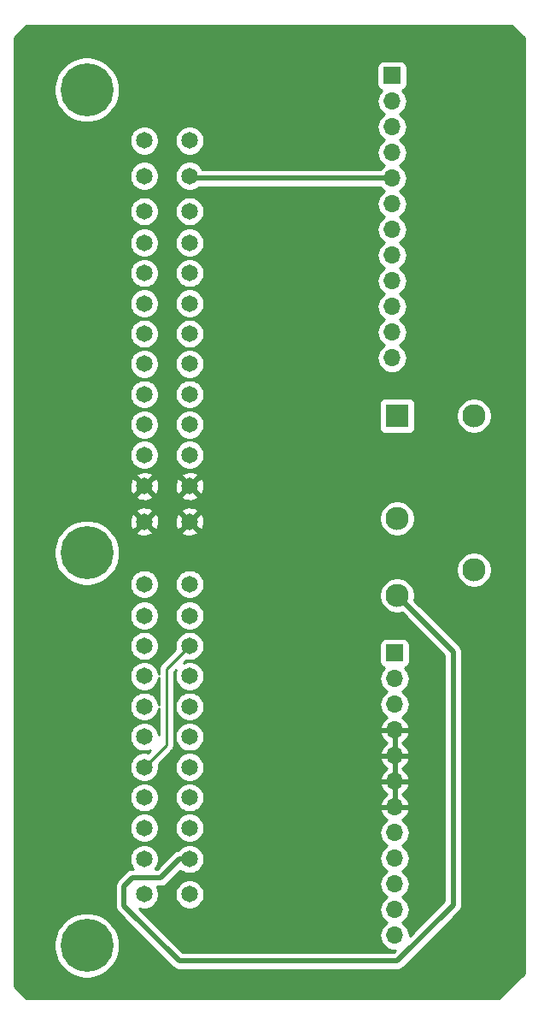
<source format=gbl>
G04 #@! TF.GenerationSoftware,KiCad,Pcbnew,(5.1.4-0-10_14)*
G04 #@! TF.CreationDate,2020-03-30T10:01:39+11:00*
G04 #@! TF.ProjectId,48-pin breakout,34382d70-696e-4206-9272-65616b6f7574,rev?*
G04 #@! TF.SameCoordinates,Original*
G04 #@! TF.FileFunction,Copper,L2,Bot*
G04 #@! TF.FilePolarity,Positive*
%FSLAX46Y46*%
G04 Gerber Fmt 4.6, Leading zero omitted, Abs format (unit mm)*
G04 Created by KiCad (PCBNEW (5.1.4-0-10_14)) date 2020-03-30 10:01:39*
%MOMM*%
%LPD*%
G04 APERTURE LIST*
%ADD10R,1.700000X1.700000*%
%ADD11O,1.700000X1.700000*%
%ADD12C,1.650000*%
%ADD13C,5.250000*%
%ADD14R,2.300000X2.300000*%
%ADD15C,2.300000*%
%ADD16C,0.800000*%
%ADD17C,0.500000*%
%ADD18C,0.250000*%
%ADD19C,0.254000*%
G04 APERTURE END LIST*
D10*
X144272000Y-66040000D03*
D11*
X144272000Y-68580000D03*
X144272000Y-71120000D03*
X144272000Y-73660000D03*
X144272000Y-76200000D03*
X144272000Y-78740000D03*
X144272000Y-81280000D03*
X144272000Y-83820000D03*
X144272000Y-86360000D03*
X144272000Y-88900000D03*
X144272000Y-91440000D03*
X144272000Y-93980000D03*
X144526000Y-151130000D03*
X144526000Y-148590000D03*
X144526000Y-146050000D03*
X144526000Y-143510000D03*
X144526000Y-140970000D03*
X144526000Y-138430000D03*
X144526000Y-135890000D03*
X144526000Y-133350000D03*
X144526000Y-130810000D03*
X144526000Y-128270000D03*
X144526000Y-125730000D03*
D10*
X144526000Y-123190000D03*
D12*
X124206000Y-147066000D03*
X124206000Y-143566000D03*
X124206000Y-140466000D03*
X124206000Y-137466000D03*
X124206000Y-134466000D03*
X124206000Y-131466000D03*
X124206000Y-128466000D03*
X124206000Y-125466000D03*
X124206000Y-122466000D03*
X124206000Y-119466000D03*
X124206000Y-116366000D03*
X124206000Y-110166000D03*
X124206000Y-106666000D03*
X124206000Y-103566000D03*
X124206000Y-100566000D03*
X124206000Y-97566000D03*
X124206000Y-94566000D03*
X124206000Y-91566000D03*
X124206000Y-88566000D03*
X124206000Y-85566000D03*
X124206000Y-82566000D03*
X124206000Y-79466000D03*
X124206000Y-75966000D03*
X124206000Y-72466000D03*
X119706000Y-147066000D03*
X119706000Y-143566000D03*
X119706000Y-140466000D03*
X119706000Y-137466000D03*
X119706000Y-134466000D03*
X119706000Y-131466000D03*
X119706000Y-128466000D03*
X119706000Y-125466000D03*
X119706000Y-122466000D03*
X119706000Y-119466000D03*
X119706000Y-116366000D03*
X119706000Y-110166000D03*
X119706000Y-106666000D03*
X119706000Y-103566000D03*
X119706000Y-100566000D03*
X119706000Y-97566000D03*
X119706000Y-94566000D03*
X119706000Y-91566000D03*
X119706000Y-88566000D03*
X119706000Y-85566000D03*
X119706000Y-82566000D03*
X119706000Y-79466000D03*
X119706000Y-75966000D03*
X119706000Y-72466000D03*
D13*
X114006000Y-67416000D03*
X114006000Y-113266000D03*
X114006000Y-152116000D03*
D14*
X144780000Y-99695000D03*
D15*
X144780000Y-109855000D03*
X144780000Y-117475000D03*
X152400000Y-114935000D03*
X152400000Y-99695000D03*
D16*
X131445000Y-133350000D03*
X137160000Y-110490000D03*
X139065000Y-133350000D03*
X140970000Y-116205000D03*
D17*
X124440000Y-76200000D02*
X124206000Y-75966000D01*
X144272000Y-76200000D02*
X124440000Y-76200000D01*
X118520000Y-145415000D02*
X121346001Y-145415000D01*
X117706001Y-146228999D02*
X118520000Y-145415000D01*
X123190000Y-153670000D02*
X117706001Y-148186001D01*
X144780000Y-153670000D02*
X123190000Y-153670000D01*
X123195001Y-143566000D02*
X124206000Y-143566000D01*
X150344000Y-148106000D02*
X144780000Y-153670000D01*
X117706001Y-148186001D02*
X117706001Y-146228999D01*
X121346001Y-145415000D02*
X123195001Y-143566000D01*
X150344000Y-123039000D02*
X150344000Y-147955000D01*
X144780000Y-117475000D02*
X150344000Y-123039000D01*
D18*
X121920000Y-132252000D02*
X120530999Y-133641001D01*
X120530999Y-133641001D02*
X119706000Y-134466000D01*
X121920000Y-124752000D02*
X121920000Y-132252000D01*
X124206000Y-122466000D02*
X121920000Y-124752000D01*
D19*
G36*
X157353000Y-62282606D02*
G01*
X157353000Y-154887394D01*
X154887394Y-157353000D01*
X108002606Y-157353000D01*
X106807000Y-156157394D01*
X106807000Y-151794918D01*
X110746000Y-151794918D01*
X110746000Y-152437082D01*
X110871280Y-153066907D01*
X111117025Y-153660189D01*
X111473792Y-154194129D01*
X111927871Y-154648208D01*
X112461811Y-155004975D01*
X113055093Y-155250720D01*
X113684918Y-155376000D01*
X114327082Y-155376000D01*
X114956907Y-155250720D01*
X115550189Y-155004975D01*
X116084129Y-154648208D01*
X116538208Y-154194129D01*
X116894975Y-153660189D01*
X117140720Y-153066907D01*
X117266000Y-152437082D01*
X117266000Y-151794918D01*
X117140720Y-151165093D01*
X116894975Y-150571811D01*
X116538208Y-150037871D01*
X116084129Y-149583792D01*
X115550189Y-149227025D01*
X114956907Y-148981280D01*
X114327082Y-148856000D01*
X113684918Y-148856000D01*
X113055093Y-148981280D01*
X112461811Y-149227025D01*
X111927871Y-149583792D01*
X111473792Y-150037871D01*
X111117025Y-150571811D01*
X110871280Y-151165093D01*
X110746000Y-151794918D01*
X106807000Y-151794918D01*
X106807000Y-146228999D01*
X116816720Y-146228999D01*
X116821002Y-146272478D01*
X116821001Y-148142532D01*
X116816720Y-148186001D01*
X116821001Y-148229470D01*
X116821001Y-148229477D01*
X116832213Y-148343315D01*
X116833806Y-148359491D01*
X116849158Y-148410097D01*
X116884412Y-148526313D01*
X116966590Y-148680059D01*
X117077184Y-148814818D01*
X117110957Y-148842535D01*
X122533470Y-154265049D01*
X122561183Y-154298817D01*
X122594951Y-154326530D01*
X122594953Y-154326532D01*
X122695940Y-154409410D01*
X122695941Y-154409411D01*
X122849687Y-154491589D01*
X123016510Y-154542195D01*
X123146523Y-154555000D01*
X123146531Y-154555000D01*
X123190000Y-154559281D01*
X123233469Y-154555000D01*
X144736531Y-154555000D01*
X144780000Y-154559281D01*
X144823469Y-154555000D01*
X144823477Y-154555000D01*
X144953490Y-154542195D01*
X145120313Y-154491589D01*
X145274059Y-154409411D01*
X145408817Y-154298817D01*
X145436534Y-154265044D01*
X151000532Y-148701047D01*
X151083410Y-148600060D01*
X151165588Y-148446314D01*
X151216194Y-148279491D01*
X151233281Y-148106001D01*
X151225845Y-148030506D01*
X151229000Y-147998477D01*
X151229000Y-123082465D01*
X151233281Y-123038999D01*
X151229000Y-122995533D01*
X151229000Y-122995523D01*
X151216195Y-122865510D01*
X151165589Y-122698687D01*
X151083411Y-122544941D01*
X150972817Y-122410183D01*
X150939051Y-122382472D01*
X146505668Y-117949090D01*
X146565000Y-117650807D01*
X146565000Y-117299193D01*
X146496404Y-116954335D01*
X146361847Y-116629485D01*
X146166500Y-116337129D01*
X145917871Y-116088500D01*
X145625515Y-115893153D01*
X145300665Y-115758596D01*
X144955807Y-115690000D01*
X144604193Y-115690000D01*
X144259335Y-115758596D01*
X143934485Y-115893153D01*
X143642129Y-116088500D01*
X143393500Y-116337129D01*
X143198153Y-116629485D01*
X143063596Y-116954335D01*
X142995000Y-117299193D01*
X142995000Y-117650807D01*
X143063596Y-117995665D01*
X143198153Y-118320515D01*
X143393500Y-118612871D01*
X143642129Y-118861500D01*
X143934485Y-119056847D01*
X144259335Y-119191404D01*
X144604193Y-119260000D01*
X144955807Y-119260000D01*
X145254090Y-119200668D01*
X149459000Y-123405579D01*
X149459001Y-147739420D01*
X146012697Y-151185725D01*
X146018185Y-151130000D01*
X145989513Y-150838889D01*
X145904599Y-150558966D01*
X145766706Y-150300986D01*
X145581134Y-150074866D01*
X145355014Y-149889294D01*
X145300209Y-149860000D01*
X145355014Y-149830706D01*
X145581134Y-149645134D01*
X145766706Y-149419014D01*
X145904599Y-149161034D01*
X145989513Y-148881111D01*
X146018185Y-148590000D01*
X145989513Y-148298889D01*
X145904599Y-148018966D01*
X145766706Y-147760986D01*
X145581134Y-147534866D01*
X145355014Y-147349294D01*
X145300209Y-147320000D01*
X145355014Y-147290706D01*
X145581134Y-147105134D01*
X145766706Y-146879014D01*
X145904599Y-146621034D01*
X145989513Y-146341111D01*
X146018185Y-146050000D01*
X145989513Y-145758889D01*
X145904599Y-145478966D01*
X145766706Y-145220986D01*
X145581134Y-144994866D01*
X145355014Y-144809294D01*
X145300209Y-144780000D01*
X145355014Y-144750706D01*
X145581134Y-144565134D01*
X145766706Y-144339014D01*
X145904599Y-144081034D01*
X145989513Y-143801111D01*
X146018185Y-143510000D01*
X145989513Y-143218889D01*
X145904599Y-142938966D01*
X145766706Y-142680986D01*
X145581134Y-142454866D01*
X145355014Y-142269294D01*
X145300209Y-142240000D01*
X145355014Y-142210706D01*
X145581134Y-142025134D01*
X145766706Y-141799014D01*
X145904599Y-141541034D01*
X145989513Y-141261111D01*
X146018185Y-140970000D01*
X145989513Y-140678889D01*
X145904599Y-140398966D01*
X145766706Y-140140986D01*
X145581134Y-139914866D01*
X145355014Y-139729294D01*
X145290477Y-139694799D01*
X145407355Y-139625178D01*
X145623588Y-139430269D01*
X145797641Y-139196920D01*
X145922825Y-138934099D01*
X145967476Y-138786890D01*
X145846155Y-138557000D01*
X144653000Y-138557000D01*
X144653000Y-138577000D01*
X144399000Y-138577000D01*
X144399000Y-138557000D01*
X143205845Y-138557000D01*
X143084524Y-138786890D01*
X143129175Y-138934099D01*
X143254359Y-139196920D01*
X143428412Y-139430269D01*
X143644645Y-139625178D01*
X143761523Y-139694799D01*
X143696986Y-139729294D01*
X143470866Y-139914866D01*
X143285294Y-140140986D01*
X143147401Y-140398966D01*
X143062487Y-140678889D01*
X143033815Y-140970000D01*
X143062487Y-141261111D01*
X143147401Y-141541034D01*
X143285294Y-141799014D01*
X143470866Y-142025134D01*
X143696986Y-142210706D01*
X143751791Y-142240000D01*
X143696986Y-142269294D01*
X143470866Y-142454866D01*
X143285294Y-142680986D01*
X143147401Y-142938966D01*
X143062487Y-143218889D01*
X143033815Y-143510000D01*
X143062487Y-143801111D01*
X143147401Y-144081034D01*
X143285294Y-144339014D01*
X143470866Y-144565134D01*
X143696986Y-144750706D01*
X143751791Y-144780000D01*
X143696986Y-144809294D01*
X143470866Y-144994866D01*
X143285294Y-145220986D01*
X143147401Y-145478966D01*
X143062487Y-145758889D01*
X143033815Y-146050000D01*
X143062487Y-146341111D01*
X143147401Y-146621034D01*
X143285294Y-146879014D01*
X143470866Y-147105134D01*
X143696986Y-147290706D01*
X143751791Y-147320000D01*
X143696986Y-147349294D01*
X143470866Y-147534866D01*
X143285294Y-147760986D01*
X143147401Y-148018966D01*
X143062487Y-148298889D01*
X143033815Y-148590000D01*
X143062487Y-148881111D01*
X143147401Y-149161034D01*
X143285294Y-149419014D01*
X143470866Y-149645134D01*
X143696986Y-149830706D01*
X143751791Y-149860000D01*
X143696986Y-149889294D01*
X143470866Y-150074866D01*
X143285294Y-150300986D01*
X143147401Y-150558966D01*
X143062487Y-150838889D01*
X143033815Y-151130000D01*
X143062487Y-151421111D01*
X143147401Y-151701034D01*
X143285294Y-151959014D01*
X143470866Y-152185134D01*
X143696986Y-152370706D01*
X143954966Y-152508599D01*
X144234889Y-152593513D01*
X144453050Y-152615000D01*
X144583422Y-152615000D01*
X144413422Y-152785000D01*
X123556579Y-152785000D01*
X119214132Y-148442554D01*
X119280134Y-148469893D01*
X119562203Y-148526000D01*
X119849797Y-148526000D01*
X120131866Y-148469893D01*
X120397569Y-148359835D01*
X120636696Y-148200056D01*
X120840056Y-147996696D01*
X120999835Y-147757569D01*
X121109893Y-147491866D01*
X121166000Y-147209797D01*
X121166000Y-146922203D01*
X122746000Y-146922203D01*
X122746000Y-147209797D01*
X122802107Y-147491866D01*
X122912165Y-147757569D01*
X123071944Y-147996696D01*
X123275304Y-148200056D01*
X123514431Y-148359835D01*
X123780134Y-148469893D01*
X124062203Y-148526000D01*
X124349797Y-148526000D01*
X124631866Y-148469893D01*
X124897569Y-148359835D01*
X125136696Y-148200056D01*
X125340056Y-147996696D01*
X125499835Y-147757569D01*
X125609893Y-147491866D01*
X125666000Y-147209797D01*
X125666000Y-146922203D01*
X125609893Y-146640134D01*
X125499835Y-146374431D01*
X125340056Y-146135304D01*
X125136696Y-145931944D01*
X124897569Y-145772165D01*
X124631866Y-145662107D01*
X124349797Y-145606000D01*
X124062203Y-145606000D01*
X123780134Y-145662107D01*
X123514431Y-145772165D01*
X123275304Y-145931944D01*
X123071944Y-146135304D01*
X122912165Y-146374431D01*
X122802107Y-146640134D01*
X122746000Y-146922203D01*
X121166000Y-146922203D01*
X121109893Y-146640134D01*
X120999835Y-146374431D01*
X120950102Y-146300000D01*
X121302532Y-146300000D01*
X121346001Y-146304281D01*
X121389470Y-146300000D01*
X121389478Y-146300000D01*
X121519491Y-146287195D01*
X121686314Y-146236589D01*
X121840060Y-146154411D01*
X121974818Y-146043817D01*
X122002535Y-146010044D01*
X123297616Y-144714964D01*
X123514431Y-144859835D01*
X123780134Y-144969893D01*
X124062203Y-145026000D01*
X124349797Y-145026000D01*
X124631866Y-144969893D01*
X124897569Y-144859835D01*
X125136696Y-144700056D01*
X125340056Y-144496696D01*
X125499835Y-144257569D01*
X125609893Y-143991866D01*
X125666000Y-143709797D01*
X125666000Y-143422203D01*
X125609893Y-143140134D01*
X125499835Y-142874431D01*
X125340056Y-142635304D01*
X125136696Y-142431944D01*
X124897569Y-142272165D01*
X124631866Y-142162107D01*
X124349797Y-142106000D01*
X124062203Y-142106000D01*
X123780134Y-142162107D01*
X123514431Y-142272165D01*
X123275304Y-142431944D01*
X123071944Y-142635304D01*
X123033654Y-142692609D01*
X123021511Y-142693805D01*
X122854688Y-142744411D01*
X122700942Y-142826589D01*
X122599954Y-142909468D01*
X122599952Y-142909470D01*
X122566184Y-142937183D01*
X122538471Y-142970951D01*
X120979423Y-144530000D01*
X120806752Y-144530000D01*
X120840056Y-144496696D01*
X120999835Y-144257569D01*
X121109893Y-143991866D01*
X121166000Y-143709797D01*
X121166000Y-143422203D01*
X121109893Y-143140134D01*
X120999835Y-142874431D01*
X120840056Y-142635304D01*
X120636696Y-142431944D01*
X120397569Y-142272165D01*
X120131866Y-142162107D01*
X119849797Y-142106000D01*
X119562203Y-142106000D01*
X119280134Y-142162107D01*
X119014431Y-142272165D01*
X118775304Y-142431944D01*
X118571944Y-142635304D01*
X118412165Y-142874431D01*
X118302107Y-143140134D01*
X118246000Y-143422203D01*
X118246000Y-143709797D01*
X118302107Y-143991866D01*
X118412165Y-144257569D01*
X118571944Y-144496696D01*
X118605248Y-144530000D01*
X118563465Y-144530000D01*
X118519999Y-144525719D01*
X118476533Y-144530000D01*
X118476523Y-144530000D01*
X118346510Y-144542805D01*
X118179687Y-144593411D01*
X118025941Y-144675589D01*
X118025939Y-144675590D01*
X118025940Y-144675590D01*
X117924953Y-144758468D01*
X117924951Y-144758470D01*
X117891183Y-144786183D01*
X117863470Y-144819951D01*
X117110952Y-145572470D01*
X117077185Y-145600182D01*
X117049472Y-145633950D01*
X117049469Y-145633953D01*
X116966591Y-145734940D01*
X116884413Y-145888686D01*
X116833806Y-146055509D01*
X116816720Y-146228999D01*
X106807000Y-146228999D01*
X106807000Y-140322203D01*
X118246000Y-140322203D01*
X118246000Y-140609797D01*
X118302107Y-140891866D01*
X118412165Y-141157569D01*
X118571944Y-141396696D01*
X118775304Y-141600056D01*
X119014431Y-141759835D01*
X119280134Y-141869893D01*
X119562203Y-141926000D01*
X119849797Y-141926000D01*
X120131866Y-141869893D01*
X120397569Y-141759835D01*
X120636696Y-141600056D01*
X120840056Y-141396696D01*
X120999835Y-141157569D01*
X121109893Y-140891866D01*
X121166000Y-140609797D01*
X121166000Y-140322203D01*
X122746000Y-140322203D01*
X122746000Y-140609797D01*
X122802107Y-140891866D01*
X122912165Y-141157569D01*
X123071944Y-141396696D01*
X123275304Y-141600056D01*
X123514431Y-141759835D01*
X123780134Y-141869893D01*
X124062203Y-141926000D01*
X124349797Y-141926000D01*
X124631866Y-141869893D01*
X124897569Y-141759835D01*
X125136696Y-141600056D01*
X125340056Y-141396696D01*
X125499835Y-141157569D01*
X125609893Y-140891866D01*
X125666000Y-140609797D01*
X125666000Y-140322203D01*
X125609893Y-140040134D01*
X125499835Y-139774431D01*
X125340056Y-139535304D01*
X125136696Y-139331944D01*
X124897569Y-139172165D01*
X124631866Y-139062107D01*
X124349797Y-139006000D01*
X124062203Y-139006000D01*
X123780134Y-139062107D01*
X123514431Y-139172165D01*
X123275304Y-139331944D01*
X123071944Y-139535304D01*
X122912165Y-139774431D01*
X122802107Y-140040134D01*
X122746000Y-140322203D01*
X121166000Y-140322203D01*
X121109893Y-140040134D01*
X120999835Y-139774431D01*
X120840056Y-139535304D01*
X120636696Y-139331944D01*
X120397569Y-139172165D01*
X120131866Y-139062107D01*
X119849797Y-139006000D01*
X119562203Y-139006000D01*
X119280134Y-139062107D01*
X119014431Y-139172165D01*
X118775304Y-139331944D01*
X118571944Y-139535304D01*
X118412165Y-139774431D01*
X118302107Y-140040134D01*
X118246000Y-140322203D01*
X106807000Y-140322203D01*
X106807000Y-137322203D01*
X118246000Y-137322203D01*
X118246000Y-137609797D01*
X118302107Y-137891866D01*
X118412165Y-138157569D01*
X118571944Y-138396696D01*
X118775304Y-138600056D01*
X119014431Y-138759835D01*
X119280134Y-138869893D01*
X119562203Y-138926000D01*
X119849797Y-138926000D01*
X120131866Y-138869893D01*
X120397569Y-138759835D01*
X120636696Y-138600056D01*
X120840056Y-138396696D01*
X120999835Y-138157569D01*
X121109893Y-137891866D01*
X121166000Y-137609797D01*
X121166000Y-137322203D01*
X122746000Y-137322203D01*
X122746000Y-137609797D01*
X122802107Y-137891866D01*
X122912165Y-138157569D01*
X123071944Y-138396696D01*
X123275304Y-138600056D01*
X123514431Y-138759835D01*
X123780134Y-138869893D01*
X124062203Y-138926000D01*
X124349797Y-138926000D01*
X124631866Y-138869893D01*
X124897569Y-138759835D01*
X125136696Y-138600056D01*
X125340056Y-138396696D01*
X125499835Y-138157569D01*
X125609893Y-137891866D01*
X125666000Y-137609797D01*
X125666000Y-137322203D01*
X125609893Y-137040134D01*
X125499835Y-136774431D01*
X125340056Y-136535304D01*
X125136696Y-136331944D01*
X125009404Y-136246890D01*
X143084524Y-136246890D01*
X143129175Y-136394099D01*
X143254359Y-136656920D01*
X143428412Y-136890269D01*
X143644645Y-137085178D01*
X143770255Y-137160000D01*
X143644645Y-137234822D01*
X143428412Y-137429731D01*
X143254359Y-137663080D01*
X143129175Y-137925901D01*
X143084524Y-138073110D01*
X143205845Y-138303000D01*
X144399000Y-138303000D01*
X144399000Y-136017000D01*
X144653000Y-136017000D01*
X144653000Y-138303000D01*
X145846155Y-138303000D01*
X145967476Y-138073110D01*
X145922825Y-137925901D01*
X145797641Y-137663080D01*
X145623588Y-137429731D01*
X145407355Y-137234822D01*
X145281745Y-137160000D01*
X145407355Y-137085178D01*
X145623588Y-136890269D01*
X145797641Y-136656920D01*
X145922825Y-136394099D01*
X145967476Y-136246890D01*
X145846155Y-136017000D01*
X144653000Y-136017000D01*
X144399000Y-136017000D01*
X143205845Y-136017000D01*
X143084524Y-136246890D01*
X125009404Y-136246890D01*
X124897569Y-136172165D01*
X124631866Y-136062107D01*
X124349797Y-136006000D01*
X124062203Y-136006000D01*
X123780134Y-136062107D01*
X123514431Y-136172165D01*
X123275304Y-136331944D01*
X123071944Y-136535304D01*
X122912165Y-136774431D01*
X122802107Y-137040134D01*
X122746000Y-137322203D01*
X121166000Y-137322203D01*
X121109893Y-137040134D01*
X120999835Y-136774431D01*
X120840056Y-136535304D01*
X120636696Y-136331944D01*
X120397569Y-136172165D01*
X120131866Y-136062107D01*
X119849797Y-136006000D01*
X119562203Y-136006000D01*
X119280134Y-136062107D01*
X119014431Y-136172165D01*
X118775304Y-136331944D01*
X118571944Y-136535304D01*
X118412165Y-136774431D01*
X118302107Y-137040134D01*
X118246000Y-137322203D01*
X106807000Y-137322203D01*
X106807000Y-125322203D01*
X118246000Y-125322203D01*
X118246000Y-125609797D01*
X118302107Y-125891866D01*
X118412165Y-126157569D01*
X118571944Y-126396696D01*
X118775304Y-126600056D01*
X119014431Y-126759835D01*
X119280134Y-126869893D01*
X119562203Y-126926000D01*
X119849797Y-126926000D01*
X120131866Y-126869893D01*
X120397569Y-126759835D01*
X120636696Y-126600056D01*
X120840056Y-126396696D01*
X120999835Y-126157569D01*
X121109893Y-125891866D01*
X121160000Y-125639960D01*
X121160000Y-128292041D01*
X121109893Y-128040134D01*
X120999835Y-127774431D01*
X120840056Y-127535304D01*
X120636696Y-127331944D01*
X120397569Y-127172165D01*
X120131866Y-127062107D01*
X119849797Y-127006000D01*
X119562203Y-127006000D01*
X119280134Y-127062107D01*
X119014431Y-127172165D01*
X118775304Y-127331944D01*
X118571944Y-127535304D01*
X118412165Y-127774431D01*
X118302107Y-128040134D01*
X118246000Y-128322203D01*
X118246000Y-128609797D01*
X118302107Y-128891866D01*
X118412165Y-129157569D01*
X118571944Y-129396696D01*
X118775304Y-129600056D01*
X119014431Y-129759835D01*
X119280134Y-129869893D01*
X119562203Y-129926000D01*
X119849797Y-129926000D01*
X120131866Y-129869893D01*
X120397569Y-129759835D01*
X120636696Y-129600056D01*
X120840056Y-129396696D01*
X120999835Y-129157569D01*
X121109893Y-128891866D01*
X121160001Y-128639958D01*
X121160001Y-131292043D01*
X121109893Y-131040134D01*
X120999835Y-130774431D01*
X120840056Y-130535304D01*
X120636696Y-130331944D01*
X120397569Y-130172165D01*
X120131866Y-130062107D01*
X119849797Y-130006000D01*
X119562203Y-130006000D01*
X119280134Y-130062107D01*
X119014431Y-130172165D01*
X118775304Y-130331944D01*
X118571944Y-130535304D01*
X118412165Y-130774431D01*
X118302107Y-131040134D01*
X118246000Y-131322203D01*
X118246000Y-131609797D01*
X118302107Y-131891866D01*
X118412165Y-132157569D01*
X118571944Y-132396696D01*
X118775304Y-132600056D01*
X119014431Y-132759835D01*
X119280134Y-132869893D01*
X119562203Y-132926000D01*
X119849797Y-132926000D01*
X120131866Y-132869893D01*
X120294792Y-132802407D01*
X120051148Y-133046051D01*
X119849797Y-133006000D01*
X119562203Y-133006000D01*
X119280134Y-133062107D01*
X119014431Y-133172165D01*
X118775304Y-133331944D01*
X118571944Y-133535304D01*
X118412165Y-133774431D01*
X118302107Y-134040134D01*
X118246000Y-134322203D01*
X118246000Y-134609797D01*
X118302107Y-134891866D01*
X118412165Y-135157569D01*
X118571944Y-135396696D01*
X118775304Y-135600056D01*
X119014431Y-135759835D01*
X119280134Y-135869893D01*
X119562203Y-135926000D01*
X119849797Y-135926000D01*
X120131866Y-135869893D01*
X120397569Y-135759835D01*
X120636696Y-135600056D01*
X120840056Y-135396696D01*
X120999835Y-135157569D01*
X121109893Y-134891866D01*
X121166000Y-134609797D01*
X121166000Y-134322203D01*
X122746000Y-134322203D01*
X122746000Y-134609797D01*
X122802107Y-134891866D01*
X122912165Y-135157569D01*
X123071944Y-135396696D01*
X123275304Y-135600056D01*
X123514431Y-135759835D01*
X123780134Y-135869893D01*
X124062203Y-135926000D01*
X124349797Y-135926000D01*
X124631866Y-135869893D01*
X124897569Y-135759835D01*
X125136696Y-135600056D01*
X125340056Y-135396696D01*
X125499835Y-135157569D01*
X125609893Y-134891866D01*
X125666000Y-134609797D01*
X125666000Y-134322203D01*
X125609893Y-134040134D01*
X125499835Y-133774431D01*
X125454706Y-133706890D01*
X143084524Y-133706890D01*
X143129175Y-133854099D01*
X143254359Y-134116920D01*
X143428412Y-134350269D01*
X143644645Y-134545178D01*
X143770255Y-134620000D01*
X143644645Y-134694822D01*
X143428412Y-134889731D01*
X143254359Y-135123080D01*
X143129175Y-135385901D01*
X143084524Y-135533110D01*
X143205845Y-135763000D01*
X144399000Y-135763000D01*
X144399000Y-133477000D01*
X144653000Y-133477000D01*
X144653000Y-135763000D01*
X145846155Y-135763000D01*
X145967476Y-135533110D01*
X145922825Y-135385901D01*
X145797641Y-135123080D01*
X145623588Y-134889731D01*
X145407355Y-134694822D01*
X145281745Y-134620000D01*
X145407355Y-134545178D01*
X145623588Y-134350269D01*
X145797641Y-134116920D01*
X145922825Y-133854099D01*
X145967476Y-133706890D01*
X145846155Y-133477000D01*
X144653000Y-133477000D01*
X144399000Y-133477000D01*
X143205845Y-133477000D01*
X143084524Y-133706890D01*
X125454706Y-133706890D01*
X125340056Y-133535304D01*
X125136696Y-133331944D01*
X124897569Y-133172165D01*
X124631866Y-133062107D01*
X124349797Y-133006000D01*
X124062203Y-133006000D01*
X123780134Y-133062107D01*
X123514431Y-133172165D01*
X123275304Y-133331944D01*
X123071944Y-133535304D01*
X122912165Y-133774431D01*
X122802107Y-134040134D01*
X122746000Y-134322203D01*
X121166000Y-134322203D01*
X121125949Y-134120852D01*
X122431003Y-132815799D01*
X122460001Y-132792001D01*
X122486399Y-132759835D01*
X122554974Y-132676277D01*
X122625546Y-132544247D01*
X122669003Y-132400986D01*
X122680000Y-132289333D01*
X122680000Y-132289324D01*
X122683676Y-132252001D01*
X122680000Y-132214678D01*
X122680000Y-131322203D01*
X122746000Y-131322203D01*
X122746000Y-131609797D01*
X122802107Y-131891866D01*
X122912165Y-132157569D01*
X123071944Y-132396696D01*
X123275304Y-132600056D01*
X123514431Y-132759835D01*
X123780134Y-132869893D01*
X124062203Y-132926000D01*
X124349797Y-132926000D01*
X124631866Y-132869893D01*
X124897569Y-132759835D01*
X125136696Y-132600056D01*
X125340056Y-132396696D01*
X125499835Y-132157569D01*
X125609893Y-131891866D01*
X125666000Y-131609797D01*
X125666000Y-131322203D01*
X125635107Y-131166890D01*
X143084524Y-131166890D01*
X143129175Y-131314099D01*
X143254359Y-131576920D01*
X143428412Y-131810269D01*
X143644645Y-132005178D01*
X143770255Y-132080000D01*
X143644645Y-132154822D01*
X143428412Y-132349731D01*
X143254359Y-132583080D01*
X143129175Y-132845901D01*
X143084524Y-132993110D01*
X143205845Y-133223000D01*
X144399000Y-133223000D01*
X144399000Y-130937000D01*
X144653000Y-130937000D01*
X144653000Y-133223000D01*
X145846155Y-133223000D01*
X145967476Y-132993110D01*
X145922825Y-132845901D01*
X145797641Y-132583080D01*
X145623588Y-132349731D01*
X145407355Y-132154822D01*
X145281745Y-132080000D01*
X145407355Y-132005178D01*
X145623588Y-131810269D01*
X145797641Y-131576920D01*
X145922825Y-131314099D01*
X145967476Y-131166890D01*
X145846155Y-130937000D01*
X144653000Y-130937000D01*
X144399000Y-130937000D01*
X143205845Y-130937000D01*
X143084524Y-131166890D01*
X125635107Y-131166890D01*
X125609893Y-131040134D01*
X125499835Y-130774431D01*
X125340056Y-130535304D01*
X125136696Y-130331944D01*
X124897569Y-130172165D01*
X124631866Y-130062107D01*
X124349797Y-130006000D01*
X124062203Y-130006000D01*
X123780134Y-130062107D01*
X123514431Y-130172165D01*
X123275304Y-130331944D01*
X123071944Y-130535304D01*
X122912165Y-130774431D01*
X122802107Y-131040134D01*
X122746000Y-131322203D01*
X122680000Y-131322203D01*
X122680000Y-128322203D01*
X122746000Y-128322203D01*
X122746000Y-128609797D01*
X122802107Y-128891866D01*
X122912165Y-129157569D01*
X123071944Y-129396696D01*
X123275304Y-129600056D01*
X123514431Y-129759835D01*
X123780134Y-129869893D01*
X124062203Y-129926000D01*
X124349797Y-129926000D01*
X124631866Y-129869893D01*
X124897569Y-129759835D01*
X125136696Y-129600056D01*
X125340056Y-129396696D01*
X125499835Y-129157569D01*
X125609893Y-128891866D01*
X125666000Y-128609797D01*
X125666000Y-128322203D01*
X125609893Y-128040134D01*
X125499835Y-127774431D01*
X125340056Y-127535304D01*
X125136696Y-127331944D01*
X124897569Y-127172165D01*
X124631866Y-127062107D01*
X124349797Y-127006000D01*
X124062203Y-127006000D01*
X123780134Y-127062107D01*
X123514431Y-127172165D01*
X123275304Y-127331944D01*
X123071944Y-127535304D01*
X122912165Y-127774431D01*
X122802107Y-128040134D01*
X122746000Y-128322203D01*
X122680000Y-128322203D01*
X122680000Y-125066801D01*
X122869593Y-124877208D01*
X122802107Y-125040134D01*
X122746000Y-125322203D01*
X122746000Y-125609797D01*
X122802107Y-125891866D01*
X122912165Y-126157569D01*
X123071944Y-126396696D01*
X123275304Y-126600056D01*
X123514431Y-126759835D01*
X123780134Y-126869893D01*
X124062203Y-126926000D01*
X124349797Y-126926000D01*
X124631866Y-126869893D01*
X124897569Y-126759835D01*
X125136696Y-126600056D01*
X125340056Y-126396696D01*
X125499835Y-126157569D01*
X125609893Y-125891866D01*
X125642090Y-125730000D01*
X143033815Y-125730000D01*
X143062487Y-126021111D01*
X143147401Y-126301034D01*
X143285294Y-126559014D01*
X143470866Y-126785134D01*
X143696986Y-126970706D01*
X143751791Y-127000000D01*
X143696986Y-127029294D01*
X143470866Y-127214866D01*
X143285294Y-127440986D01*
X143147401Y-127698966D01*
X143062487Y-127978889D01*
X143033815Y-128270000D01*
X143062487Y-128561111D01*
X143147401Y-128841034D01*
X143285294Y-129099014D01*
X143470866Y-129325134D01*
X143696986Y-129510706D01*
X143761523Y-129545201D01*
X143644645Y-129614822D01*
X143428412Y-129809731D01*
X143254359Y-130043080D01*
X143129175Y-130305901D01*
X143084524Y-130453110D01*
X143205845Y-130683000D01*
X144399000Y-130683000D01*
X144399000Y-130663000D01*
X144653000Y-130663000D01*
X144653000Y-130683000D01*
X145846155Y-130683000D01*
X145967476Y-130453110D01*
X145922825Y-130305901D01*
X145797641Y-130043080D01*
X145623588Y-129809731D01*
X145407355Y-129614822D01*
X145290477Y-129545201D01*
X145355014Y-129510706D01*
X145581134Y-129325134D01*
X145766706Y-129099014D01*
X145904599Y-128841034D01*
X145989513Y-128561111D01*
X146018185Y-128270000D01*
X145989513Y-127978889D01*
X145904599Y-127698966D01*
X145766706Y-127440986D01*
X145581134Y-127214866D01*
X145355014Y-127029294D01*
X145300209Y-127000000D01*
X145355014Y-126970706D01*
X145581134Y-126785134D01*
X145766706Y-126559014D01*
X145904599Y-126301034D01*
X145989513Y-126021111D01*
X146018185Y-125730000D01*
X145989513Y-125438889D01*
X145904599Y-125158966D01*
X145766706Y-124900986D01*
X145581134Y-124674866D01*
X145551313Y-124650393D01*
X145620180Y-124629502D01*
X145730494Y-124570537D01*
X145827185Y-124491185D01*
X145906537Y-124394494D01*
X145965502Y-124284180D01*
X146001812Y-124164482D01*
X146014072Y-124040000D01*
X146014072Y-122340000D01*
X146001812Y-122215518D01*
X145965502Y-122095820D01*
X145906537Y-121985506D01*
X145827185Y-121888815D01*
X145730494Y-121809463D01*
X145620180Y-121750498D01*
X145500482Y-121714188D01*
X145376000Y-121701928D01*
X143676000Y-121701928D01*
X143551518Y-121714188D01*
X143431820Y-121750498D01*
X143321506Y-121809463D01*
X143224815Y-121888815D01*
X143145463Y-121985506D01*
X143086498Y-122095820D01*
X143050188Y-122215518D01*
X143037928Y-122340000D01*
X143037928Y-124040000D01*
X143050188Y-124164482D01*
X143086498Y-124284180D01*
X143145463Y-124394494D01*
X143224815Y-124491185D01*
X143321506Y-124570537D01*
X143431820Y-124629502D01*
X143500687Y-124650393D01*
X143470866Y-124674866D01*
X143285294Y-124900986D01*
X143147401Y-125158966D01*
X143062487Y-125438889D01*
X143033815Y-125730000D01*
X125642090Y-125730000D01*
X125666000Y-125609797D01*
X125666000Y-125322203D01*
X125609893Y-125040134D01*
X125499835Y-124774431D01*
X125340056Y-124535304D01*
X125136696Y-124331944D01*
X124897569Y-124172165D01*
X124631866Y-124062107D01*
X124349797Y-124006000D01*
X124062203Y-124006000D01*
X123780134Y-124062107D01*
X123617208Y-124129593D01*
X123860853Y-123885949D01*
X124062203Y-123926000D01*
X124349797Y-123926000D01*
X124631866Y-123869893D01*
X124897569Y-123759835D01*
X125136696Y-123600056D01*
X125340056Y-123396696D01*
X125499835Y-123157569D01*
X125609893Y-122891866D01*
X125666000Y-122609797D01*
X125666000Y-122322203D01*
X125609893Y-122040134D01*
X125499835Y-121774431D01*
X125340056Y-121535304D01*
X125136696Y-121331944D01*
X124897569Y-121172165D01*
X124631866Y-121062107D01*
X124349797Y-121006000D01*
X124062203Y-121006000D01*
X123780134Y-121062107D01*
X123514431Y-121172165D01*
X123275304Y-121331944D01*
X123071944Y-121535304D01*
X122912165Y-121774431D01*
X122802107Y-122040134D01*
X122746000Y-122322203D01*
X122746000Y-122609797D01*
X122786051Y-122811147D01*
X121409003Y-124188196D01*
X121379999Y-124211999D01*
X121335282Y-124266487D01*
X121285026Y-124327724D01*
X121214455Y-124459753D01*
X121214454Y-124459754D01*
X121170997Y-124603015D01*
X121160000Y-124714668D01*
X121160000Y-124714678D01*
X121156324Y-124752000D01*
X121160000Y-124789322D01*
X121160000Y-125292039D01*
X121109893Y-125040134D01*
X120999835Y-124774431D01*
X120840056Y-124535304D01*
X120636696Y-124331944D01*
X120397569Y-124172165D01*
X120131866Y-124062107D01*
X119849797Y-124006000D01*
X119562203Y-124006000D01*
X119280134Y-124062107D01*
X119014431Y-124172165D01*
X118775304Y-124331944D01*
X118571944Y-124535304D01*
X118412165Y-124774431D01*
X118302107Y-125040134D01*
X118246000Y-125322203D01*
X106807000Y-125322203D01*
X106807000Y-122322203D01*
X118246000Y-122322203D01*
X118246000Y-122609797D01*
X118302107Y-122891866D01*
X118412165Y-123157569D01*
X118571944Y-123396696D01*
X118775304Y-123600056D01*
X119014431Y-123759835D01*
X119280134Y-123869893D01*
X119562203Y-123926000D01*
X119849797Y-123926000D01*
X120131866Y-123869893D01*
X120397569Y-123759835D01*
X120636696Y-123600056D01*
X120840056Y-123396696D01*
X120999835Y-123157569D01*
X121109893Y-122891866D01*
X121166000Y-122609797D01*
X121166000Y-122322203D01*
X121109893Y-122040134D01*
X120999835Y-121774431D01*
X120840056Y-121535304D01*
X120636696Y-121331944D01*
X120397569Y-121172165D01*
X120131866Y-121062107D01*
X119849797Y-121006000D01*
X119562203Y-121006000D01*
X119280134Y-121062107D01*
X119014431Y-121172165D01*
X118775304Y-121331944D01*
X118571944Y-121535304D01*
X118412165Y-121774431D01*
X118302107Y-122040134D01*
X118246000Y-122322203D01*
X106807000Y-122322203D01*
X106807000Y-119322203D01*
X118246000Y-119322203D01*
X118246000Y-119609797D01*
X118302107Y-119891866D01*
X118412165Y-120157569D01*
X118571944Y-120396696D01*
X118775304Y-120600056D01*
X119014431Y-120759835D01*
X119280134Y-120869893D01*
X119562203Y-120926000D01*
X119849797Y-120926000D01*
X120131866Y-120869893D01*
X120397569Y-120759835D01*
X120636696Y-120600056D01*
X120840056Y-120396696D01*
X120999835Y-120157569D01*
X121109893Y-119891866D01*
X121166000Y-119609797D01*
X121166000Y-119322203D01*
X122746000Y-119322203D01*
X122746000Y-119609797D01*
X122802107Y-119891866D01*
X122912165Y-120157569D01*
X123071944Y-120396696D01*
X123275304Y-120600056D01*
X123514431Y-120759835D01*
X123780134Y-120869893D01*
X124062203Y-120926000D01*
X124349797Y-120926000D01*
X124631866Y-120869893D01*
X124897569Y-120759835D01*
X125136696Y-120600056D01*
X125340056Y-120396696D01*
X125499835Y-120157569D01*
X125609893Y-119891866D01*
X125666000Y-119609797D01*
X125666000Y-119322203D01*
X125609893Y-119040134D01*
X125499835Y-118774431D01*
X125340056Y-118535304D01*
X125136696Y-118331944D01*
X124897569Y-118172165D01*
X124631866Y-118062107D01*
X124349797Y-118006000D01*
X124062203Y-118006000D01*
X123780134Y-118062107D01*
X123514431Y-118172165D01*
X123275304Y-118331944D01*
X123071944Y-118535304D01*
X122912165Y-118774431D01*
X122802107Y-119040134D01*
X122746000Y-119322203D01*
X121166000Y-119322203D01*
X121109893Y-119040134D01*
X120999835Y-118774431D01*
X120840056Y-118535304D01*
X120636696Y-118331944D01*
X120397569Y-118172165D01*
X120131866Y-118062107D01*
X119849797Y-118006000D01*
X119562203Y-118006000D01*
X119280134Y-118062107D01*
X119014431Y-118172165D01*
X118775304Y-118331944D01*
X118571944Y-118535304D01*
X118412165Y-118774431D01*
X118302107Y-119040134D01*
X118246000Y-119322203D01*
X106807000Y-119322203D01*
X106807000Y-112944918D01*
X110746000Y-112944918D01*
X110746000Y-113587082D01*
X110871280Y-114216907D01*
X111117025Y-114810189D01*
X111473792Y-115344129D01*
X111927871Y-115798208D01*
X112461811Y-116154975D01*
X113055093Y-116400720D01*
X113684918Y-116526000D01*
X114327082Y-116526000D01*
X114956907Y-116400720D01*
X115387885Y-116222203D01*
X118246000Y-116222203D01*
X118246000Y-116509797D01*
X118302107Y-116791866D01*
X118412165Y-117057569D01*
X118571944Y-117296696D01*
X118775304Y-117500056D01*
X119014431Y-117659835D01*
X119280134Y-117769893D01*
X119562203Y-117826000D01*
X119849797Y-117826000D01*
X120131866Y-117769893D01*
X120397569Y-117659835D01*
X120636696Y-117500056D01*
X120840056Y-117296696D01*
X120999835Y-117057569D01*
X121109893Y-116791866D01*
X121166000Y-116509797D01*
X121166000Y-116222203D01*
X122746000Y-116222203D01*
X122746000Y-116509797D01*
X122802107Y-116791866D01*
X122912165Y-117057569D01*
X123071944Y-117296696D01*
X123275304Y-117500056D01*
X123514431Y-117659835D01*
X123780134Y-117769893D01*
X124062203Y-117826000D01*
X124349797Y-117826000D01*
X124631866Y-117769893D01*
X124897569Y-117659835D01*
X125136696Y-117500056D01*
X125340056Y-117296696D01*
X125499835Y-117057569D01*
X125609893Y-116791866D01*
X125666000Y-116509797D01*
X125666000Y-116222203D01*
X125609893Y-115940134D01*
X125499835Y-115674431D01*
X125340056Y-115435304D01*
X125136696Y-115231944D01*
X124897569Y-115072165D01*
X124631866Y-114962107D01*
X124349797Y-114906000D01*
X124062203Y-114906000D01*
X123780134Y-114962107D01*
X123514431Y-115072165D01*
X123275304Y-115231944D01*
X123071944Y-115435304D01*
X122912165Y-115674431D01*
X122802107Y-115940134D01*
X122746000Y-116222203D01*
X121166000Y-116222203D01*
X121109893Y-115940134D01*
X120999835Y-115674431D01*
X120840056Y-115435304D01*
X120636696Y-115231944D01*
X120397569Y-115072165D01*
X120131866Y-114962107D01*
X119849797Y-114906000D01*
X119562203Y-114906000D01*
X119280134Y-114962107D01*
X119014431Y-115072165D01*
X118775304Y-115231944D01*
X118571944Y-115435304D01*
X118412165Y-115674431D01*
X118302107Y-115940134D01*
X118246000Y-116222203D01*
X115387885Y-116222203D01*
X115550189Y-116154975D01*
X116084129Y-115798208D01*
X116538208Y-115344129D01*
X116894975Y-114810189D01*
X116916098Y-114759193D01*
X150615000Y-114759193D01*
X150615000Y-115110807D01*
X150683596Y-115455665D01*
X150818153Y-115780515D01*
X151013500Y-116072871D01*
X151262129Y-116321500D01*
X151554485Y-116516847D01*
X151879335Y-116651404D01*
X152224193Y-116720000D01*
X152575807Y-116720000D01*
X152920665Y-116651404D01*
X153245515Y-116516847D01*
X153537871Y-116321500D01*
X153786500Y-116072871D01*
X153981847Y-115780515D01*
X154116404Y-115455665D01*
X154185000Y-115110807D01*
X154185000Y-114759193D01*
X154116404Y-114414335D01*
X153981847Y-114089485D01*
X153786500Y-113797129D01*
X153537871Y-113548500D01*
X153245515Y-113353153D01*
X152920665Y-113218596D01*
X152575807Y-113150000D01*
X152224193Y-113150000D01*
X151879335Y-113218596D01*
X151554485Y-113353153D01*
X151262129Y-113548500D01*
X151013500Y-113797129D01*
X150818153Y-114089485D01*
X150683596Y-114414335D01*
X150615000Y-114759193D01*
X116916098Y-114759193D01*
X117140720Y-114216907D01*
X117266000Y-113587082D01*
X117266000Y-112944918D01*
X117140720Y-112315093D01*
X116894975Y-111721811D01*
X116538208Y-111187871D01*
X116526888Y-111176551D01*
X118875054Y-111176551D01*
X118949663Y-111423073D01*
X119209439Y-111546473D01*
X119488297Y-111616823D01*
X119775521Y-111631417D01*
X120060074Y-111589697D01*
X120331020Y-111493265D01*
X120462337Y-111423073D01*
X120536946Y-111176551D01*
X123375054Y-111176551D01*
X123449663Y-111423073D01*
X123709439Y-111546473D01*
X123988297Y-111616823D01*
X124275521Y-111631417D01*
X124560074Y-111589697D01*
X124831020Y-111493265D01*
X124962337Y-111423073D01*
X125036946Y-111176551D01*
X124206000Y-110345605D01*
X123375054Y-111176551D01*
X120536946Y-111176551D01*
X119706000Y-110345605D01*
X118875054Y-111176551D01*
X116526888Y-111176551D01*
X116084129Y-110733792D01*
X115550189Y-110377025D01*
X115208568Y-110235521D01*
X118240583Y-110235521D01*
X118282303Y-110520074D01*
X118378735Y-110791020D01*
X118448927Y-110922337D01*
X118695449Y-110996946D01*
X119526395Y-110166000D01*
X119885605Y-110166000D01*
X120716551Y-110996946D01*
X120963073Y-110922337D01*
X121086473Y-110662561D01*
X121156823Y-110383703D01*
X121164352Y-110235521D01*
X122740583Y-110235521D01*
X122782303Y-110520074D01*
X122878735Y-110791020D01*
X122948927Y-110922337D01*
X123195449Y-110996946D01*
X124026395Y-110166000D01*
X124385605Y-110166000D01*
X125216551Y-110996946D01*
X125463073Y-110922337D01*
X125586473Y-110662561D01*
X125656823Y-110383703D01*
X125671417Y-110096479D01*
X125629697Y-109811926D01*
X125582457Y-109679193D01*
X142995000Y-109679193D01*
X142995000Y-110030807D01*
X143063596Y-110375665D01*
X143198153Y-110700515D01*
X143393500Y-110992871D01*
X143642129Y-111241500D01*
X143934485Y-111436847D01*
X144259335Y-111571404D01*
X144604193Y-111640000D01*
X144955807Y-111640000D01*
X145300665Y-111571404D01*
X145625515Y-111436847D01*
X145917871Y-111241500D01*
X146166500Y-110992871D01*
X146361847Y-110700515D01*
X146496404Y-110375665D01*
X146565000Y-110030807D01*
X146565000Y-109679193D01*
X146496404Y-109334335D01*
X146361847Y-109009485D01*
X146166500Y-108717129D01*
X145917871Y-108468500D01*
X145625515Y-108273153D01*
X145300665Y-108138596D01*
X144955807Y-108070000D01*
X144604193Y-108070000D01*
X144259335Y-108138596D01*
X143934485Y-108273153D01*
X143642129Y-108468500D01*
X143393500Y-108717129D01*
X143198153Y-109009485D01*
X143063596Y-109334335D01*
X142995000Y-109679193D01*
X125582457Y-109679193D01*
X125533265Y-109540980D01*
X125463073Y-109409663D01*
X125216551Y-109335054D01*
X124385605Y-110166000D01*
X124026395Y-110166000D01*
X123195449Y-109335054D01*
X122948927Y-109409663D01*
X122825527Y-109669439D01*
X122755177Y-109948297D01*
X122740583Y-110235521D01*
X121164352Y-110235521D01*
X121171417Y-110096479D01*
X121129697Y-109811926D01*
X121033265Y-109540980D01*
X120963073Y-109409663D01*
X120716551Y-109335054D01*
X119885605Y-110166000D01*
X119526395Y-110166000D01*
X118695449Y-109335054D01*
X118448927Y-109409663D01*
X118325527Y-109669439D01*
X118255177Y-109948297D01*
X118240583Y-110235521D01*
X115208568Y-110235521D01*
X114956907Y-110131280D01*
X114327082Y-110006000D01*
X113684918Y-110006000D01*
X113055093Y-110131280D01*
X112461811Y-110377025D01*
X111927871Y-110733792D01*
X111473792Y-111187871D01*
X111117025Y-111721811D01*
X110871280Y-112315093D01*
X110746000Y-112944918D01*
X106807000Y-112944918D01*
X106807000Y-109155449D01*
X118875054Y-109155449D01*
X119706000Y-109986395D01*
X120536946Y-109155449D01*
X123375054Y-109155449D01*
X124206000Y-109986395D01*
X125036946Y-109155449D01*
X124962337Y-108908927D01*
X124702561Y-108785527D01*
X124423703Y-108715177D01*
X124136479Y-108700583D01*
X123851926Y-108742303D01*
X123580980Y-108838735D01*
X123449663Y-108908927D01*
X123375054Y-109155449D01*
X120536946Y-109155449D01*
X120462337Y-108908927D01*
X120202561Y-108785527D01*
X119923703Y-108715177D01*
X119636479Y-108700583D01*
X119351926Y-108742303D01*
X119080980Y-108838735D01*
X118949663Y-108908927D01*
X118875054Y-109155449D01*
X106807000Y-109155449D01*
X106807000Y-107676551D01*
X118875054Y-107676551D01*
X118949663Y-107923073D01*
X119209439Y-108046473D01*
X119488297Y-108116823D01*
X119775521Y-108131417D01*
X120060074Y-108089697D01*
X120331020Y-107993265D01*
X120462337Y-107923073D01*
X120536946Y-107676551D01*
X123375054Y-107676551D01*
X123449663Y-107923073D01*
X123709439Y-108046473D01*
X123988297Y-108116823D01*
X124275521Y-108131417D01*
X124560074Y-108089697D01*
X124831020Y-107993265D01*
X124962337Y-107923073D01*
X125036946Y-107676551D01*
X124206000Y-106845605D01*
X123375054Y-107676551D01*
X120536946Y-107676551D01*
X119706000Y-106845605D01*
X118875054Y-107676551D01*
X106807000Y-107676551D01*
X106807000Y-106735521D01*
X118240583Y-106735521D01*
X118282303Y-107020074D01*
X118378735Y-107291020D01*
X118448927Y-107422337D01*
X118695449Y-107496946D01*
X119526395Y-106666000D01*
X119885605Y-106666000D01*
X120716551Y-107496946D01*
X120963073Y-107422337D01*
X121086473Y-107162561D01*
X121156823Y-106883703D01*
X121164352Y-106735521D01*
X122740583Y-106735521D01*
X122782303Y-107020074D01*
X122878735Y-107291020D01*
X122948927Y-107422337D01*
X123195449Y-107496946D01*
X124026395Y-106666000D01*
X124385605Y-106666000D01*
X125216551Y-107496946D01*
X125463073Y-107422337D01*
X125586473Y-107162561D01*
X125656823Y-106883703D01*
X125671417Y-106596479D01*
X125629697Y-106311926D01*
X125533265Y-106040980D01*
X125463073Y-105909663D01*
X125216551Y-105835054D01*
X124385605Y-106666000D01*
X124026395Y-106666000D01*
X123195449Y-105835054D01*
X122948927Y-105909663D01*
X122825527Y-106169439D01*
X122755177Y-106448297D01*
X122740583Y-106735521D01*
X121164352Y-106735521D01*
X121171417Y-106596479D01*
X121129697Y-106311926D01*
X121033265Y-106040980D01*
X120963073Y-105909663D01*
X120716551Y-105835054D01*
X119885605Y-106666000D01*
X119526395Y-106666000D01*
X118695449Y-105835054D01*
X118448927Y-105909663D01*
X118325527Y-106169439D01*
X118255177Y-106448297D01*
X118240583Y-106735521D01*
X106807000Y-106735521D01*
X106807000Y-105655449D01*
X118875054Y-105655449D01*
X119706000Y-106486395D01*
X120536946Y-105655449D01*
X123375054Y-105655449D01*
X124206000Y-106486395D01*
X125036946Y-105655449D01*
X124962337Y-105408927D01*
X124702561Y-105285527D01*
X124423703Y-105215177D01*
X124136479Y-105200583D01*
X123851926Y-105242303D01*
X123580980Y-105338735D01*
X123449663Y-105408927D01*
X123375054Y-105655449D01*
X120536946Y-105655449D01*
X120462337Y-105408927D01*
X120202561Y-105285527D01*
X119923703Y-105215177D01*
X119636479Y-105200583D01*
X119351926Y-105242303D01*
X119080980Y-105338735D01*
X118949663Y-105408927D01*
X118875054Y-105655449D01*
X106807000Y-105655449D01*
X106807000Y-103422203D01*
X118246000Y-103422203D01*
X118246000Y-103709797D01*
X118302107Y-103991866D01*
X118412165Y-104257569D01*
X118571944Y-104496696D01*
X118775304Y-104700056D01*
X119014431Y-104859835D01*
X119280134Y-104969893D01*
X119562203Y-105026000D01*
X119849797Y-105026000D01*
X120131866Y-104969893D01*
X120397569Y-104859835D01*
X120636696Y-104700056D01*
X120840056Y-104496696D01*
X120999835Y-104257569D01*
X121109893Y-103991866D01*
X121166000Y-103709797D01*
X121166000Y-103422203D01*
X122746000Y-103422203D01*
X122746000Y-103709797D01*
X122802107Y-103991866D01*
X122912165Y-104257569D01*
X123071944Y-104496696D01*
X123275304Y-104700056D01*
X123514431Y-104859835D01*
X123780134Y-104969893D01*
X124062203Y-105026000D01*
X124349797Y-105026000D01*
X124631866Y-104969893D01*
X124897569Y-104859835D01*
X125136696Y-104700056D01*
X125340056Y-104496696D01*
X125499835Y-104257569D01*
X125609893Y-103991866D01*
X125666000Y-103709797D01*
X125666000Y-103422203D01*
X125609893Y-103140134D01*
X125499835Y-102874431D01*
X125340056Y-102635304D01*
X125136696Y-102431944D01*
X124897569Y-102272165D01*
X124631866Y-102162107D01*
X124349797Y-102106000D01*
X124062203Y-102106000D01*
X123780134Y-102162107D01*
X123514431Y-102272165D01*
X123275304Y-102431944D01*
X123071944Y-102635304D01*
X122912165Y-102874431D01*
X122802107Y-103140134D01*
X122746000Y-103422203D01*
X121166000Y-103422203D01*
X121109893Y-103140134D01*
X120999835Y-102874431D01*
X120840056Y-102635304D01*
X120636696Y-102431944D01*
X120397569Y-102272165D01*
X120131866Y-102162107D01*
X119849797Y-102106000D01*
X119562203Y-102106000D01*
X119280134Y-102162107D01*
X119014431Y-102272165D01*
X118775304Y-102431944D01*
X118571944Y-102635304D01*
X118412165Y-102874431D01*
X118302107Y-103140134D01*
X118246000Y-103422203D01*
X106807000Y-103422203D01*
X106807000Y-100422203D01*
X118246000Y-100422203D01*
X118246000Y-100709797D01*
X118302107Y-100991866D01*
X118412165Y-101257569D01*
X118571944Y-101496696D01*
X118775304Y-101700056D01*
X119014431Y-101859835D01*
X119280134Y-101969893D01*
X119562203Y-102026000D01*
X119849797Y-102026000D01*
X120131866Y-101969893D01*
X120397569Y-101859835D01*
X120636696Y-101700056D01*
X120840056Y-101496696D01*
X120999835Y-101257569D01*
X121109893Y-100991866D01*
X121166000Y-100709797D01*
X121166000Y-100422203D01*
X122746000Y-100422203D01*
X122746000Y-100709797D01*
X122802107Y-100991866D01*
X122912165Y-101257569D01*
X123071944Y-101496696D01*
X123275304Y-101700056D01*
X123514431Y-101859835D01*
X123780134Y-101969893D01*
X124062203Y-102026000D01*
X124349797Y-102026000D01*
X124631866Y-101969893D01*
X124897569Y-101859835D01*
X125136696Y-101700056D01*
X125340056Y-101496696D01*
X125499835Y-101257569D01*
X125609893Y-100991866D01*
X125666000Y-100709797D01*
X125666000Y-100422203D01*
X125609893Y-100140134D01*
X125499835Y-99874431D01*
X125340056Y-99635304D01*
X125136696Y-99431944D01*
X124897569Y-99272165D01*
X124631866Y-99162107D01*
X124349797Y-99106000D01*
X124062203Y-99106000D01*
X123780134Y-99162107D01*
X123514431Y-99272165D01*
X123275304Y-99431944D01*
X123071944Y-99635304D01*
X122912165Y-99874431D01*
X122802107Y-100140134D01*
X122746000Y-100422203D01*
X121166000Y-100422203D01*
X121109893Y-100140134D01*
X120999835Y-99874431D01*
X120840056Y-99635304D01*
X120636696Y-99431944D01*
X120397569Y-99272165D01*
X120131866Y-99162107D01*
X119849797Y-99106000D01*
X119562203Y-99106000D01*
X119280134Y-99162107D01*
X119014431Y-99272165D01*
X118775304Y-99431944D01*
X118571944Y-99635304D01*
X118412165Y-99874431D01*
X118302107Y-100140134D01*
X118246000Y-100422203D01*
X106807000Y-100422203D01*
X106807000Y-97422203D01*
X118246000Y-97422203D01*
X118246000Y-97709797D01*
X118302107Y-97991866D01*
X118412165Y-98257569D01*
X118571944Y-98496696D01*
X118775304Y-98700056D01*
X119014431Y-98859835D01*
X119280134Y-98969893D01*
X119562203Y-99026000D01*
X119849797Y-99026000D01*
X120131866Y-98969893D01*
X120397569Y-98859835D01*
X120636696Y-98700056D01*
X120840056Y-98496696D01*
X120999835Y-98257569D01*
X121109893Y-97991866D01*
X121166000Y-97709797D01*
X121166000Y-97422203D01*
X122746000Y-97422203D01*
X122746000Y-97709797D01*
X122802107Y-97991866D01*
X122912165Y-98257569D01*
X123071944Y-98496696D01*
X123275304Y-98700056D01*
X123514431Y-98859835D01*
X123780134Y-98969893D01*
X124062203Y-99026000D01*
X124349797Y-99026000D01*
X124631866Y-98969893D01*
X124897569Y-98859835D01*
X125136696Y-98700056D01*
X125291752Y-98545000D01*
X142991928Y-98545000D01*
X142991928Y-100845000D01*
X143004188Y-100969482D01*
X143040498Y-101089180D01*
X143099463Y-101199494D01*
X143178815Y-101296185D01*
X143275506Y-101375537D01*
X143385820Y-101434502D01*
X143505518Y-101470812D01*
X143630000Y-101483072D01*
X145930000Y-101483072D01*
X146054482Y-101470812D01*
X146174180Y-101434502D01*
X146284494Y-101375537D01*
X146381185Y-101296185D01*
X146460537Y-101199494D01*
X146519502Y-101089180D01*
X146555812Y-100969482D01*
X146568072Y-100845000D01*
X146568072Y-99519193D01*
X150615000Y-99519193D01*
X150615000Y-99870807D01*
X150683596Y-100215665D01*
X150818153Y-100540515D01*
X151013500Y-100832871D01*
X151262129Y-101081500D01*
X151554485Y-101276847D01*
X151879335Y-101411404D01*
X152224193Y-101480000D01*
X152575807Y-101480000D01*
X152920665Y-101411404D01*
X153245515Y-101276847D01*
X153537871Y-101081500D01*
X153786500Y-100832871D01*
X153981847Y-100540515D01*
X154116404Y-100215665D01*
X154185000Y-99870807D01*
X154185000Y-99519193D01*
X154116404Y-99174335D01*
X153981847Y-98849485D01*
X153786500Y-98557129D01*
X153537871Y-98308500D01*
X153245515Y-98113153D01*
X152920665Y-97978596D01*
X152575807Y-97910000D01*
X152224193Y-97910000D01*
X151879335Y-97978596D01*
X151554485Y-98113153D01*
X151262129Y-98308500D01*
X151013500Y-98557129D01*
X150818153Y-98849485D01*
X150683596Y-99174335D01*
X150615000Y-99519193D01*
X146568072Y-99519193D01*
X146568072Y-98545000D01*
X146555812Y-98420518D01*
X146519502Y-98300820D01*
X146460537Y-98190506D01*
X146381185Y-98093815D01*
X146284494Y-98014463D01*
X146174180Y-97955498D01*
X146054482Y-97919188D01*
X145930000Y-97906928D01*
X143630000Y-97906928D01*
X143505518Y-97919188D01*
X143385820Y-97955498D01*
X143275506Y-98014463D01*
X143178815Y-98093815D01*
X143099463Y-98190506D01*
X143040498Y-98300820D01*
X143004188Y-98420518D01*
X142991928Y-98545000D01*
X125291752Y-98545000D01*
X125340056Y-98496696D01*
X125499835Y-98257569D01*
X125609893Y-97991866D01*
X125666000Y-97709797D01*
X125666000Y-97422203D01*
X125609893Y-97140134D01*
X125499835Y-96874431D01*
X125340056Y-96635304D01*
X125136696Y-96431944D01*
X124897569Y-96272165D01*
X124631866Y-96162107D01*
X124349797Y-96106000D01*
X124062203Y-96106000D01*
X123780134Y-96162107D01*
X123514431Y-96272165D01*
X123275304Y-96431944D01*
X123071944Y-96635304D01*
X122912165Y-96874431D01*
X122802107Y-97140134D01*
X122746000Y-97422203D01*
X121166000Y-97422203D01*
X121109893Y-97140134D01*
X120999835Y-96874431D01*
X120840056Y-96635304D01*
X120636696Y-96431944D01*
X120397569Y-96272165D01*
X120131866Y-96162107D01*
X119849797Y-96106000D01*
X119562203Y-96106000D01*
X119280134Y-96162107D01*
X119014431Y-96272165D01*
X118775304Y-96431944D01*
X118571944Y-96635304D01*
X118412165Y-96874431D01*
X118302107Y-97140134D01*
X118246000Y-97422203D01*
X106807000Y-97422203D01*
X106807000Y-94422203D01*
X118246000Y-94422203D01*
X118246000Y-94709797D01*
X118302107Y-94991866D01*
X118412165Y-95257569D01*
X118571944Y-95496696D01*
X118775304Y-95700056D01*
X119014431Y-95859835D01*
X119280134Y-95969893D01*
X119562203Y-96026000D01*
X119849797Y-96026000D01*
X120131866Y-95969893D01*
X120397569Y-95859835D01*
X120636696Y-95700056D01*
X120840056Y-95496696D01*
X120999835Y-95257569D01*
X121109893Y-94991866D01*
X121166000Y-94709797D01*
X121166000Y-94422203D01*
X122746000Y-94422203D01*
X122746000Y-94709797D01*
X122802107Y-94991866D01*
X122912165Y-95257569D01*
X123071944Y-95496696D01*
X123275304Y-95700056D01*
X123514431Y-95859835D01*
X123780134Y-95969893D01*
X124062203Y-96026000D01*
X124349797Y-96026000D01*
X124631866Y-95969893D01*
X124897569Y-95859835D01*
X125136696Y-95700056D01*
X125340056Y-95496696D01*
X125499835Y-95257569D01*
X125609893Y-94991866D01*
X125666000Y-94709797D01*
X125666000Y-94422203D01*
X125609893Y-94140134D01*
X125499835Y-93874431D01*
X125340056Y-93635304D01*
X125136696Y-93431944D01*
X124897569Y-93272165D01*
X124631866Y-93162107D01*
X124349797Y-93106000D01*
X124062203Y-93106000D01*
X123780134Y-93162107D01*
X123514431Y-93272165D01*
X123275304Y-93431944D01*
X123071944Y-93635304D01*
X122912165Y-93874431D01*
X122802107Y-94140134D01*
X122746000Y-94422203D01*
X121166000Y-94422203D01*
X121109893Y-94140134D01*
X120999835Y-93874431D01*
X120840056Y-93635304D01*
X120636696Y-93431944D01*
X120397569Y-93272165D01*
X120131866Y-93162107D01*
X119849797Y-93106000D01*
X119562203Y-93106000D01*
X119280134Y-93162107D01*
X119014431Y-93272165D01*
X118775304Y-93431944D01*
X118571944Y-93635304D01*
X118412165Y-93874431D01*
X118302107Y-94140134D01*
X118246000Y-94422203D01*
X106807000Y-94422203D01*
X106807000Y-91422203D01*
X118246000Y-91422203D01*
X118246000Y-91709797D01*
X118302107Y-91991866D01*
X118412165Y-92257569D01*
X118571944Y-92496696D01*
X118775304Y-92700056D01*
X119014431Y-92859835D01*
X119280134Y-92969893D01*
X119562203Y-93026000D01*
X119849797Y-93026000D01*
X120131866Y-92969893D01*
X120397569Y-92859835D01*
X120636696Y-92700056D01*
X120840056Y-92496696D01*
X120999835Y-92257569D01*
X121109893Y-91991866D01*
X121166000Y-91709797D01*
X121166000Y-91422203D01*
X122746000Y-91422203D01*
X122746000Y-91709797D01*
X122802107Y-91991866D01*
X122912165Y-92257569D01*
X123071944Y-92496696D01*
X123275304Y-92700056D01*
X123514431Y-92859835D01*
X123780134Y-92969893D01*
X124062203Y-93026000D01*
X124349797Y-93026000D01*
X124631866Y-92969893D01*
X124897569Y-92859835D01*
X125136696Y-92700056D01*
X125340056Y-92496696D01*
X125499835Y-92257569D01*
X125609893Y-91991866D01*
X125666000Y-91709797D01*
X125666000Y-91422203D01*
X125609893Y-91140134D01*
X125499835Y-90874431D01*
X125340056Y-90635304D01*
X125136696Y-90431944D01*
X124897569Y-90272165D01*
X124631866Y-90162107D01*
X124349797Y-90106000D01*
X124062203Y-90106000D01*
X123780134Y-90162107D01*
X123514431Y-90272165D01*
X123275304Y-90431944D01*
X123071944Y-90635304D01*
X122912165Y-90874431D01*
X122802107Y-91140134D01*
X122746000Y-91422203D01*
X121166000Y-91422203D01*
X121109893Y-91140134D01*
X120999835Y-90874431D01*
X120840056Y-90635304D01*
X120636696Y-90431944D01*
X120397569Y-90272165D01*
X120131866Y-90162107D01*
X119849797Y-90106000D01*
X119562203Y-90106000D01*
X119280134Y-90162107D01*
X119014431Y-90272165D01*
X118775304Y-90431944D01*
X118571944Y-90635304D01*
X118412165Y-90874431D01*
X118302107Y-91140134D01*
X118246000Y-91422203D01*
X106807000Y-91422203D01*
X106807000Y-88422203D01*
X118246000Y-88422203D01*
X118246000Y-88709797D01*
X118302107Y-88991866D01*
X118412165Y-89257569D01*
X118571944Y-89496696D01*
X118775304Y-89700056D01*
X119014431Y-89859835D01*
X119280134Y-89969893D01*
X119562203Y-90026000D01*
X119849797Y-90026000D01*
X120131866Y-89969893D01*
X120397569Y-89859835D01*
X120636696Y-89700056D01*
X120840056Y-89496696D01*
X120999835Y-89257569D01*
X121109893Y-88991866D01*
X121166000Y-88709797D01*
X121166000Y-88422203D01*
X122746000Y-88422203D01*
X122746000Y-88709797D01*
X122802107Y-88991866D01*
X122912165Y-89257569D01*
X123071944Y-89496696D01*
X123275304Y-89700056D01*
X123514431Y-89859835D01*
X123780134Y-89969893D01*
X124062203Y-90026000D01*
X124349797Y-90026000D01*
X124631866Y-89969893D01*
X124897569Y-89859835D01*
X125136696Y-89700056D01*
X125340056Y-89496696D01*
X125499835Y-89257569D01*
X125609893Y-88991866D01*
X125666000Y-88709797D01*
X125666000Y-88422203D01*
X125609893Y-88140134D01*
X125499835Y-87874431D01*
X125340056Y-87635304D01*
X125136696Y-87431944D01*
X124897569Y-87272165D01*
X124631866Y-87162107D01*
X124349797Y-87106000D01*
X124062203Y-87106000D01*
X123780134Y-87162107D01*
X123514431Y-87272165D01*
X123275304Y-87431944D01*
X123071944Y-87635304D01*
X122912165Y-87874431D01*
X122802107Y-88140134D01*
X122746000Y-88422203D01*
X121166000Y-88422203D01*
X121109893Y-88140134D01*
X120999835Y-87874431D01*
X120840056Y-87635304D01*
X120636696Y-87431944D01*
X120397569Y-87272165D01*
X120131866Y-87162107D01*
X119849797Y-87106000D01*
X119562203Y-87106000D01*
X119280134Y-87162107D01*
X119014431Y-87272165D01*
X118775304Y-87431944D01*
X118571944Y-87635304D01*
X118412165Y-87874431D01*
X118302107Y-88140134D01*
X118246000Y-88422203D01*
X106807000Y-88422203D01*
X106807000Y-85422203D01*
X118246000Y-85422203D01*
X118246000Y-85709797D01*
X118302107Y-85991866D01*
X118412165Y-86257569D01*
X118571944Y-86496696D01*
X118775304Y-86700056D01*
X119014431Y-86859835D01*
X119280134Y-86969893D01*
X119562203Y-87026000D01*
X119849797Y-87026000D01*
X120131866Y-86969893D01*
X120397569Y-86859835D01*
X120636696Y-86700056D01*
X120840056Y-86496696D01*
X120999835Y-86257569D01*
X121109893Y-85991866D01*
X121166000Y-85709797D01*
X121166000Y-85422203D01*
X122746000Y-85422203D01*
X122746000Y-85709797D01*
X122802107Y-85991866D01*
X122912165Y-86257569D01*
X123071944Y-86496696D01*
X123275304Y-86700056D01*
X123514431Y-86859835D01*
X123780134Y-86969893D01*
X124062203Y-87026000D01*
X124349797Y-87026000D01*
X124631866Y-86969893D01*
X124897569Y-86859835D01*
X125136696Y-86700056D01*
X125340056Y-86496696D01*
X125499835Y-86257569D01*
X125609893Y-85991866D01*
X125666000Y-85709797D01*
X125666000Y-85422203D01*
X125609893Y-85140134D01*
X125499835Y-84874431D01*
X125340056Y-84635304D01*
X125136696Y-84431944D01*
X124897569Y-84272165D01*
X124631866Y-84162107D01*
X124349797Y-84106000D01*
X124062203Y-84106000D01*
X123780134Y-84162107D01*
X123514431Y-84272165D01*
X123275304Y-84431944D01*
X123071944Y-84635304D01*
X122912165Y-84874431D01*
X122802107Y-85140134D01*
X122746000Y-85422203D01*
X121166000Y-85422203D01*
X121109893Y-85140134D01*
X120999835Y-84874431D01*
X120840056Y-84635304D01*
X120636696Y-84431944D01*
X120397569Y-84272165D01*
X120131866Y-84162107D01*
X119849797Y-84106000D01*
X119562203Y-84106000D01*
X119280134Y-84162107D01*
X119014431Y-84272165D01*
X118775304Y-84431944D01*
X118571944Y-84635304D01*
X118412165Y-84874431D01*
X118302107Y-85140134D01*
X118246000Y-85422203D01*
X106807000Y-85422203D01*
X106807000Y-82422203D01*
X118246000Y-82422203D01*
X118246000Y-82709797D01*
X118302107Y-82991866D01*
X118412165Y-83257569D01*
X118571944Y-83496696D01*
X118775304Y-83700056D01*
X119014431Y-83859835D01*
X119280134Y-83969893D01*
X119562203Y-84026000D01*
X119849797Y-84026000D01*
X120131866Y-83969893D01*
X120397569Y-83859835D01*
X120636696Y-83700056D01*
X120840056Y-83496696D01*
X120999835Y-83257569D01*
X121109893Y-82991866D01*
X121166000Y-82709797D01*
X121166000Y-82422203D01*
X122746000Y-82422203D01*
X122746000Y-82709797D01*
X122802107Y-82991866D01*
X122912165Y-83257569D01*
X123071944Y-83496696D01*
X123275304Y-83700056D01*
X123514431Y-83859835D01*
X123780134Y-83969893D01*
X124062203Y-84026000D01*
X124349797Y-84026000D01*
X124631866Y-83969893D01*
X124897569Y-83859835D01*
X125136696Y-83700056D01*
X125340056Y-83496696D01*
X125499835Y-83257569D01*
X125609893Y-82991866D01*
X125666000Y-82709797D01*
X125666000Y-82422203D01*
X125609893Y-82140134D01*
X125499835Y-81874431D01*
X125340056Y-81635304D01*
X125136696Y-81431944D01*
X124897569Y-81272165D01*
X124631866Y-81162107D01*
X124349797Y-81106000D01*
X124062203Y-81106000D01*
X123780134Y-81162107D01*
X123514431Y-81272165D01*
X123275304Y-81431944D01*
X123071944Y-81635304D01*
X122912165Y-81874431D01*
X122802107Y-82140134D01*
X122746000Y-82422203D01*
X121166000Y-82422203D01*
X121109893Y-82140134D01*
X120999835Y-81874431D01*
X120840056Y-81635304D01*
X120636696Y-81431944D01*
X120397569Y-81272165D01*
X120131866Y-81162107D01*
X119849797Y-81106000D01*
X119562203Y-81106000D01*
X119280134Y-81162107D01*
X119014431Y-81272165D01*
X118775304Y-81431944D01*
X118571944Y-81635304D01*
X118412165Y-81874431D01*
X118302107Y-82140134D01*
X118246000Y-82422203D01*
X106807000Y-82422203D01*
X106807000Y-79322203D01*
X118246000Y-79322203D01*
X118246000Y-79609797D01*
X118302107Y-79891866D01*
X118412165Y-80157569D01*
X118571944Y-80396696D01*
X118775304Y-80600056D01*
X119014431Y-80759835D01*
X119280134Y-80869893D01*
X119562203Y-80926000D01*
X119849797Y-80926000D01*
X120131866Y-80869893D01*
X120397569Y-80759835D01*
X120636696Y-80600056D01*
X120840056Y-80396696D01*
X120999835Y-80157569D01*
X121109893Y-79891866D01*
X121166000Y-79609797D01*
X121166000Y-79322203D01*
X122746000Y-79322203D01*
X122746000Y-79609797D01*
X122802107Y-79891866D01*
X122912165Y-80157569D01*
X123071944Y-80396696D01*
X123275304Y-80600056D01*
X123514431Y-80759835D01*
X123780134Y-80869893D01*
X124062203Y-80926000D01*
X124349797Y-80926000D01*
X124631866Y-80869893D01*
X124897569Y-80759835D01*
X125136696Y-80600056D01*
X125340056Y-80396696D01*
X125499835Y-80157569D01*
X125609893Y-79891866D01*
X125666000Y-79609797D01*
X125666000Y-79322203D01*
X125609893Y-79040134D01*
X125499835Y-78774431D01*
X125340056Y-78535304D01*
X125136696Y-78331944D01*
X124897569Y-78172165D01*
X124631866Y-78062107D01*
X124349797Y-78006000D01*
X124062203Y-78006000D01*
X123780134Y-78062107D01*
X123514431Y-78172165D01*
X123275304Y-78331944D01*
X123071944Y-78535304D01*
X122912165Y-78774431D01*
X122802107Y-79040134D01*
X122746000Y-79322203D01*
X121166000Y-79322203D01*
X121109893Y-79040134D01*
X120999835Y-78774431D01*
X120840056Y-78535304D01*
X120636696Y-78331944D01*
X120397569Y-78172165D01*
X120131866Y-78062107D01*
X119849797Y-78006000D01*
X119562203Y-78006000D01*
X119280134Y-78062107D01*
X119014431Y-78172165D01*
X118775304Y-78331944D01*
X118571944Y-78535304D01*
X118412165Y-78774431D01*
X118302107Y-79040134D01*
X118246000Y-79322203D01*
X106807000Y-79322203D01*
X106807000Y-75822203D01*
X118246000Y-75822203D01*
X118246000Y-76109797D01*
X118302107Y-76391866D01*
X118412165Y-76657569D01*
X118571944Y-76896696D01*
X118775304Y-77100056D01*
X119014431Y-77259835D01*
X119280134Y-77369893D01*
X119562203Y-77426000D01*
X119849797Y-77426000D01*
X120131866Y-77369893D01*
X120397569Y-77259835D01*
X120636696Y-77100056D01*
X120840056Y-76896696D01*
X120999835Y-76657569D01*
X121109893Y-76391866D01*
X121166000Y-76109797D01*
X121166000Y-75822203D01*
X122746000Y-75822203D01*
X122746000Y-76109797D01*
X122802107Y-76391866D01*
X122912165Y-76657569D01*
X123071944Y-76896696D01*
X123275304Y-77100056D01*
X123514431Y-77259835D01*
X123780134Y-77369893D01*
X124062203Y-77426000D01*
X124349797Y-77426000D01*
X124631866Y-77369893D01*
X124897569Y-77259835D01*
X125136696Y-77100056D01*
X125151752Y-77085000D01*
X143077241Y-77085000D01*
X143216866Y-77255134D01*
X143442986Y-77440706D01*
X143497791Y-77470000D01*
X143442986Y-77499294D01*
X143216866Y-77684866D01*
X143031294Y-77910986D01*
X142893401Y-78168966D01*
X142808487Y-78448889D01*
X142779815Y-78740000D01*
X142808487Y-79031111D01*
X142893401Y-79311034D01*
X143031294Y-79569014D01*
X143216866Y-79795134D01*
X143442986Y-79980706D01*
X143497791Y-80010000D01*
X143442986Y-80039294D01*
X143216866Y-80224866D01*
X143031294Y-80450986D01*
X142893401Y-80708966D01*
X142808487Y-80988889D01*
X142779815Y-81280000D01*
X142808487Y-81571111D01*
X142893401Y-81851034D01*
X143031294Y-82109014D01*
X143216866Y-82335134D01*
X143442986Y-82520706D01*
X143497791Y-82550000D01*
X143442986Y-82579294D01*
X143216866Y-82764866D01*
X143031294Y-82990986D01*
X142893401Y-83248966D01*
X142808487Y-83528889D01*
X142779815Y-83820000D01*
X142808487Y-84111111D01*
X142893401Y-84391034D01*
X143031294Y-84649014D01*
X143216866Y-84875134D01*
X143442986Y-85060706D01*
X143497791Y-85090000D01*
X143442986Y-85119294D01*
X143216866Y-85304866D01*
X143031294Y-85530986D01*
X142893401Y-85788966D01*
X142808487Y-86068889D01*
X142779815Y-86360000D01*
X142808487Y-86651111D01*
X142893401Y-86931034D01*
X143031294Y-87189014D01*
X143216866Y-87415134D01*
X143442986Y-87600706D01*
X143497791Y-87630000D01*
X143442986Y-87659294D01*
X143216866Y-87844866D01*
X143031294Y-88070986D01*
X142893401Y-88328966D01*
X142808487Y-88608889D01*
X142779815Y-88900000D01*
X142808487Y-89191111D01*
X142893401Y-89471034D01*
X143031294Y-89729014D01*
X143216866Y-89955134D01*
X143442986Y-90140706D01*
X143497791Y-90170000D01*
X143442986Y-90199294D01*
X143216866Y-90384866D01*
X143031294Y-90610986D01*
X142893401Y-90868966D01*
X142808487Y-91148889D01*
X142779815Y-91440000D01*
X142808487Y-91731111D01*
X142893401Y-92011034D01*
X143031294Y-92269014D01*
X143216866Y-92495134D01*
X143442986Y-92680706D01*
X143497791Y-92710000D01*
X143442986Y-92739294D01*
X143216866Y-92924866D01*
X143031294Y-93150986D01*
X142893401Y-93408966D01*
X142808487Y-93688889D01*
X142779815Y-93980000D01*
X142808487Y-94271111D01*
X142893401Y-94551034D01*
X143031294Y-94809014D01*
X143216866Y-95035134D01*
X143442986Y-95220706D01*
X143700966Y-95358599D01*
X143980889Y-95443513D01*
X144199050Y-95465000D01*
X144344950Y-95465000D01*
X144563111Y-95443513D01*
X144843034Y-95358599D01*
X145101014Y-95220706D01*
X145327134Y-95035134D01*
X145512706Y-94809014D01*
X145650599Y-94551034D01*
X145735513Y-94271111D01*
X145764185Y-93980000D01*
X145735513Y-93688889D01*
X145650599Y-93408966D01*
X145512706Y-93150986D01*
X145327134Y-92924866D01*
X145101014Y-92739294D01*
X145046209Y-92710000D01*
X145101014Y-92680706D01*
X145327134Y-92495134D01*
X145512706Y-92269014D01*
X145650599Y-92011034D01*
X145735513Y-91731111D01*
X145764185Y-91440000D01*
X145735513Y-91148889D01*
X145650599Y-90868966D01*
X145512706Y-90610986D01*
X145327134Y-90384866D01*
X145101014Y-90199294D01*
X145046209Y-90170000D01*
X145101014Y-90140706D01*
X145327134Y-89955134D01*
X145512706Y-89729014D01*
X145650599Y-89471034D01*
X145735513Y-89191111D01*
X145764185Y-88900000D01*
X145735513Y-88608889D01*
X145650599Y-88328966D01*
X145512706Y-88070986D01*
X145327134Y-87844866D01*
X145101014Y-87659294D01*
X145046209Y-87630000D01*
X145101014Y-87600706D01*
X145327134Y-87415134D01*
X145512706Y-87189014D01*
X145650599Y-86931034D01*
X145735513Y-86651111D01*
X145764185Y-86360000D01*
X145735513Y-86068889D01*
X145650599Y-85788966D01*
X145512706Y-85530986D01*
X145327134Y-85304866D01*
X145101014Y-85119294D01*
X145046209Y-85090000D01*
X145101014Y-85060706D01*
X145327134Y-84875134D01*
X145512706Y-84649014D01*
X145650599Y-84391034D01*
X145735513Y-84111111D01*
X145764185Y-83820000D01*
X145735513Y-83528889D01*
X145650599Y-83248966D01*
X145512706Y-82990986D01*
X145327134Y-82764866D01*
X145101014Y-82579294D01*
X145046209Y-82550000D01*
X145101014Y-82520706D01*
X145327134Y-82335134D01*
X145512706Y-82109014D01*
X145650599Y-81851034D01*
X145735513Y-81571111D01*
X145764185Y-81280000D01*
X145735513Y-80988889D01*
X145650599Y-80708966D01*
X145512706Y-80450986D01*
X145327134Y-80224866D01*
X145101014Y-80039294D01*
X145046209Y-80010000D01*
X145101014Y-79980706D01*
X145327134Y-79795134D01*
X145512706Y-79569014D01*
X145650599Y-79311034D01*
X145735513Y-79031111D01*
X145764185Y-78740000D01*
X145735513Y-78448889D01*
X145650599Y-78168966D01*
X145512706Y-77910986D01*
X145327134Y-77684866D01*
X145101014Y-77499294D01*
X145046209Y-77470000D01*
X145101014Y-77440706D01*
X145327134Y-77255134D01*
X145512706Y-77029014D01*
X145650599Y-76771034D01*
X145735513Y-76491111D01*
X145764185Y-76200000D01*
X145735513Y-75908889D01*
X145650599Y-75628966D01*
X145512706Y-75370986D01*
X145327134Y-75144866D01*
X145101014Y-74959294D01*
X145046209Y-74930000D01*
X145101014Y-74900706D01*
X145327134Y-74715134D01*
X145512706Y-74489014D01*
X145650599Y-74231034D01*
X145735513Y-73951111D01*
X145764185Y-73660000D01*
X145735513Y-73368889D01*
X145650599Y-73088966D01*
X145512706Y-72830986D01*
X145327134Y-72604866D01*
X145101014Y-72419294D01*
X145046209Y-72390000D01*
X145101014Y-72360706D01*
X145327134Y-72175134D01*
X145512706Y-71949014D01*
X145650599Y-71691034D01*
X145735513Y-71411111D01*
X145764185Y-71120000D01*
X145735513Y-70828889D01*
X145650599Y-70548966D01*
X145512706Y-70290986D01*
X145327134Y-70064866D01*
X145101014Y-69879294D01*
X145046209Y-69850000D01*
X145101014Y-69820706D01*
X145327134Y-69635134D01*
X145512706Y-69409014D01*
X145650599Y-69151034D01*
X145735513Y-68871111D01*
X145764185Y-68580000D01*
X145735513Y-68288889D01*
X145650599Y-68008966D01*
X145512706Y-67750986D01*
X145327134Y-67524866D01*
X145297313Y-67500393D01*
X145366180Y-67479502D01*
X145476494Y-67420537D01*
X145573185Y-67341185D01*
X145652537Y-67244494D01*
X145711502Y-67134180D01*
X145747812Y-67014482D01*
X145760072Y-66890000D01*
X145760072Y-65190000D01*
X145747812Y-65065518D01*
X145711502Y-64945820D01*
X145652537Y-64835506D01*
X145573185Y-64738815D01*
X145476494Y-64659463D01*
X145366180Y-64600498D01*
X145246482Y-64564188D01*
X145122000Y-64551928D01*
X143422000Y-64551928D01*
X143297518Y-64564188D01*
X143177820Y-64600498D01*
X143067506Y-64659463D01*
X142970815Y-64738815D01*
X142891463Y-64835506D01*
X142832498Y-64945820D01*
X142796188Y-65065518D01*
X142783928Y-65190000D01*
X142783928Y-66890000D01*
X142796188Y-67014482D01*
X142832498Y-67134180D01*
X142891463Y-67244494D01*
X142970815Y-67341185D01*
X143067506Y-67420537D01*
X143177820Y-67479502D01*
X143246687Y-67500393D01*
X143216866Y-67524866D01*
X143031294Y-67750986D01*
X142893401Y-68008966D01*
X142808487Y-68288889D01*
X142779815Y-68580000D01*
X142808487Y-68871111D01*
X142893401Y-69151034D01*
X143031294Y-69409014D01*
X143216866Y-69635134D01*
X143442986Y-69820706D01*
X143497791Y-69850000D01*
X143442986Y-69879294D01*
X143216866Y-70064866D01*
X143031294Y-70290986D01*
X142893401Y-70548966D01*
X142808487Y-70828889D01*
X142779815Y-71120000D01*
X142808487Y-71411111D01*
X142893401Y-71691034D01*
X143031294Y-71949014D01*
X143216866Y-72175134D01*
X143442986Y-72360706D01*
X143497791Y-72390000D01*
X143442986Y-72419294D01*
X143216866Y-72604866D01*
X143031294Y-72830986D01*
X142893401Y-73088966D01*
X142808487Y-73368889D01*
X142779815Y-73660000D01*
X142808487Y-73951111D01*
X142893401Y-74231034D01*
X143031294Y-74489014D01*
X143216866Y-74715134D01*
X143442986Y-74900706D01*
X143497791Y-74930000D01*
X143442986Y-74959294D01*
X143216866Y-75144866D01*
X143077241Y-75315000D01*
X125516639Y-75315000D01*
X125499835Y-75274431D01*
X125340056Y-75035304D01*
X125136696Y-74831944D01*
X124897569Y-74672165D01*
X124631866Y-74562107D01*
X124349797Y-74506000D01*
X124062203Y-74506000D01*
X123780134Y-74562107D01*
X123514431Y-74672165D01*
X123275304Y-74831944D01*
X123071944Y-75035304D01*
X122912165Y-75274431D01*
X122802107Y-75540134D01*
X122746000Y-75822203D01*
X121166000Y-75822203D01*
X121109893Y-75540134D01*
X120999835Y-75274431D01*
X120840056Y-75035304D01*
X120636696Y-74831944D01*
X120397569Y-74672165D01*
X120131866Y-74562107D01*
X119849797Y-74506000D01*
X119562203Y-74506000D01*
X119280134Y-74562107D01*
X119014431Y-74672165D01*
X118775304Y-74831944D01*
X118571944Y-75035304D01*
X118412165Y-75274431D01*
X118302107Y-75540134D01*
X118246000Y-75822203D01*
X106807000Y-75822203D01*
X106807000Y-72322203D01*
X118246000Y-72322203D01*
X118246000Y-72609797D01*
X118302107Y-72891866D01*
X118412165Y-73157569D01*
X118571944Y-73396696D01*
X118775304Y-73600056D01*
X119014431Y-73759835D01*
X119280134Y-73869893D01*
X119562203Y-73926000D01*
X119849797Y-73926000D01*
X120131866Y-73869893D01*
X120397569Y-73759835D01*
X120636696Y-73600056D01*
X120840056Y-73396696D01*
X120999835Y-73157569D01*
X121109893Y-72891866D01*
X121166000Y-72609797D01*
X121166000Y-72322203D01*
X122746000Y-72322203D01*
X122746000Y-72609797D01*
X122802107Y-72891866D01*
X122912165Y-73157569D01*
X123071944Y-73396696D01*
X123275304Y-73600056D01*
X123514431Y-73759835D01*
X123780134Y-73869893D01*
X124062203Y-73926000D01*
X124349797Y-73926000D01*
X124631866Y-73869893D01*
X124897569Y-73759835D01*
X125136696Y-73600056D01*
X125340056Y-73396696D01*
X125499835Y-73157569D01*
X125609893Y-72891866D01*
X125666000Y-72609797D01*
X125666000Y-72322203D01*
X125609893Y-72040134D01*
X125499835Y-71774431D01*
X125340056Y-71535304D01*
X125136696Y-71331944D01*
X124897569Y-71172165D01*
X124631866Y-71062107D01*
X124349797Y-71006000D01*
X124062203Y-71006000D01*
X123780134Y-71062107D01*
X123514431Y-71172165D01*
X123275304Y-71331944D01*
X123071944Y-71535304D01*
X122912165Y-71774431D01*
X122802107Y-72040134D01*
X122746000Y-72322203D01*
X121166000Y-72322203D01*
X121109893Y-72040134D01*
X120999835Y-71774431D01*
X120840056Y-71535304D01*
X120636696Y-71331944D01*
X120397569Y-71172165D01*
X120131866Y-71062107D01*
X119849797Y-71006000D01*
X119562203Y-71006000D01*
X119280134Y-71062107D01*
X119014431Y-71172165D01*
X118775304Y-71331944D01*
X118571944Y-71535304D01*
X118412165Y-71774431D01*
X118302107Y-72040134D01*
X118246000Y-72322203D01*
X106807000Y-72322203D01*
X106807000Y-67094918D01*
X110746000Y-67094918D01*
X110746000Y-67737082D01*
X110871280Y-68366907D01*
X111117025Y-68960189D01*
X111473792Y-69494129D01*
X111927871Y-69948208D01*
X112461811Y-70304975D01*
X113055093Y-70550720D01*
X113684918Y-70676000D01*
X114327082Y-70676000D01*
X114956907Y-70550720D01*
X115550189Y-70304975D01*
X116084129Y-69948208D01*
X116538208Y-69494129D01*
X116894975Y-68960189D01*
X117140720Y-68366907D01*
X117266000Y-67737082D01*
X117266000Y-67094918D01*
X117140720Y-66465093D01*
X116894975Y-65871811D01*
X116538208Y-65337871D01*
X116084129Y-64883792D01*
X115550189Y-64527025D01*
X114956907Y-64281280D01*
X114327082Y-64156000D01*
X113684918Y-64156000D01*
X113055093Y-64281280D01*
X112461811Y-64527025D01*
X111927871Y-64883792D01*
X111473792Y-65337871D01*
X111117025Y-65871811D01*
X110871280Y-66465093D01*
X110746000Y-67094918D01*
X106807000Y-67094918D01*
X106807000Y-62282606D01*
X108002606Y-61087000D01*
X156157394Y-61087000D01*
X157353000Y-62282606D01*
X157353000Y-62282606D01*
G37*
X157353000Y-62282606D02*
X157353000Y-154887394D01*
X154887394Y-157353000D01*
X108002606Y-157353000D01*
X106807000Y-156157394D01*
X106807000Y-151794918D01*
X110746000Y-151794918D01*
X110746000Y-152437082D01*
X110871280Y-153066907D01*
X111117025Y-153660189D01*
X111473792Y-154194129D01*
X111927871Y-154648208D01*
X112461811Y-155004975D01*
X113055093Y-155250720D01*
X113684918Y-155376000D01*
X114327082Y-155376000D01*
X114956907Y-155250720D01*
X115550189Y-155004975D01*
X116084129Y-154648208D01*
X116538208Y-154194129D01*
X116894975Y-153660189D01*
X117140720Y-153066907D01*
X117266000Y-152437082D01*
X117266000Y-151794918D01*
X117140720Y-151165093D01*
X116894975Y-150571811D01*
X116538208Y-150037871D01*
X116084129Y-149583792D01*
X115550189Y-149227025D01*
X114956907Y-148981280D01*
X114327082Y-148856000D01*
X113684918Y-148856000D01*
X113055093Y-148981280D01*
X112461811Y-149227025D01*
X111927871Y-149583792D01*
X111473792Y-150037871D01*
X111117025Y-150571811D01*
X110871280Y-151165093D01*
X110746000Y-151794918D01*
X106807000Y-151794918D01*
X106807000Y-146228999D01*
X116816720Y-146228999D01*
X116821002Y-146272478D01*
X116821001Y-148142532D01*
X116816720Y-148186001D01*
X116821001Y-148229470D01*
X116821001Y-148229477D01*
X116832213Y-148343315D01*
X116833806Y-148359491D01*
X116849158Y-148410097D01*
X116884412Y-148526313D01*
X116966590Y-148680059D01*
X117077184Y-148814818D01*
X117110957Y-148842535D01*
X122533470Y-154265049D01*
X122561183Y-154298817D01*
X122594951Y-154326530D01*
X122594953Y-154326532D01*
X122695940Y-154409410D01*
X122695941Y-154409411D01*
X122849687Y-154491589D01*
X123016510Y-154542195D01*
X123146523Y-154555000D01*
X123146531Y-154555000D01*
X123190000Y-154559281D01*
X123233469Y-154555000D01*
X144736531Y-154555000D01*
X144780000Y-154559281D01*
X144823469Y-154555000D01*
X144823477Y-154555000D01*
X144953490Y-154542195D01*
X145120313Y-154491589D01*
X145274059Y-154409411D01*
X145408817Y-154298817D01*
X145436534Y-154265044D01*
X151000532Y-148701047D01*
X151083410Y-148600060D01*
X151165588Y-148446314D01*
X151216194Y-148279491D01*
X151233281Y-148106001D01*
X151225845Y-148030506D01*
X151229000Y-147998477D01*
X151229000Y-123082465D01*
X151233281Y-123038999D01*
X151229000Y-122995533D01*
X151229000Y-122995523D01*
X151216195Y-122865510D01*
X151165589Y-122698687D01*
X151083411Y-122544941D01*
X150972817Y-122410183D01*
X150939051Y-122382472D01*
X146505668Y-117949090D01*
X146565000Y-117650807D01*
X146565000Y-117299193D01*
X146496404Y-116954335D01*
X146361847Y-116629485D01*
X146166500Y-116337129D01*
X145917871Y-116088500D01*
X145625515Y-115893153D01*
X145300665Y-115758596D01*
X144955807Y-115690000D01*
X144604193Y-115690000D01*
X144259335Y-115758596D01*
X143934485Y-115893153D01*
X143642129Y-116088500D01*
X143393500Y-116337129D01*
X143198153Y-116629485D01*
X143063596Y-116954335D01*
X142995000Y-117299193D01*
X142995000Y-117650807D01*
X143063596Y-117995665D01*
X143198153Y-118320515D01*
X143393500Y-118612871D01*
X143642129Y-118861500D01*
X143934485Y-119056847D01*
X144259335Y-119191404D01*
X144604193Y-119260000D01*
X144955807Y-119260000D01*
X145254090Y-119200668D01*
X149459000Y-123405579D01*
X149459001Y-147739420D01*
X146012697Y-151185725D01*
X146018185Y-151130000D01*
X145989513Y-150838889D01*
X145904599Y-150558966D01*
X145766706Y-150300986D01*
X145581134Y-150074866D01*
X145355014Y-149889294D01*
X145300209Y-149860000D01*
X145355014Y-149830706D01*
X145581134Y-149645134D01*
X145766706Y-149419014D01*
X145904599Y-149161034D01*
X145989513Y-148881111D01*
X146018185Y-148590000D01*
X145989513Y-148298889D01*
X145904599Y-148018966D01*
X145766706Y-147760986D01*
X145581134Y-147534866D01*
X145355014Y-147349294D01*
X145300209Y-147320000D01*
X145355014Y-147290706D01*
X145581134Y-147105134D01*
X145766706Y-146879014D01*
X145904599Y-146621034D01*
X145989513Y-146341111D01*
X146018185Y-146050000D01*
X145989513Y-145758889D01*
X145904599Y-145478966D01*
X145766706Y-145220986D01*
X145581134Y-144994866D01*
X145355014Y-144809294D01*
X145300209Y-144780000D01*
X145355014Y-144750706D01*
X145581134Y-144565134D01*
X145766706Y-144339014D01*
X145904599Y-144081034D01*
X145989513Y-143801111D01*
X146018185Y-143510000D01*
X145989513Y-143218889D01*
X145904599Y-142938966D01*
X145766706Y-142680986D01*
X145581134Y-142454866D01*
X145355014Y-142269294D01*
X145300209Y-142240000D01*
X145355014Y-142210706D01*
X145581134Y-142025134D01*
X145766706Y-141799014D01*
X145904599Y-141541034D01*
X145989513Y-141261111D01*
X146018185Y-140970000D01*
X145989513Y-140678889D01*
X145904599Y-140398966D01*
X145766706Y-140140986D01*
X145581134Y-139914866D01*
X145355014Y-139729294D01*
X145290477Y-139694799D01*
X145407355Y-139625178D01*
X145623588Y-139430269D01*
X145797641Y-139196920D01*
X145922825Y-138934099D01*
X145967476Y-138786890D01*
X145846155Y-138557000D01*
X144653000Y-138557000D01*
X144653000Y-138577000D01*
X144399000Y-138577000D01*
X144399000Y-138557000D01*
X143205845Y-138557000D01*
X143084524Y-138786890D01*
X143129175Y-138934099D01*
X143254359Y-139196920D01*
X143428412Y-139430269D01*
X143644645Y-139625178D01*
X143761523Y-139694799D01*
X143696986Y-139729294D01*
X143470866Y-139914866D01*
X143285294Y-140140986D01*
X143147401Y-140398966D01*
X143062487Y-140678889D01*
X143033815Y-140970000D01*
X143062487Y-141261111D01*
X143147401Y-141541034D01*
X143285294Y-141799014D01*
X143470866Y-142025134D01*
X143696986Y-142210706D01*
X143751791Y-142240000D01*
X143696986Y-142269294D01*
X143470866Y-142454866D01*
X143285294Y-142680986D01*
X143147401Y-142938966D01*
X143062487Y-143218889D01*
X143033815Y-143510000D01*
X143062487Y-143801111D01*
X143147401Y-144081034D01*
X143285294Y-144339014D01*
X143470866Y-144565134D01*
X143696986Y-144750706D01*
X143751791Y-144780000D01*
X143696986Y-144809294D01*
X143470866Y-144994866D01*
X143285294Y-145220986D01*
X143147401Y-145478966D01*
X143062487Y-145758889D01*
X143033815Y-146050000D01*
X143062487Y-146341111D01*
X143147401Y-146621034D01*
X143285294Y-146879014D01*
X143470866Y-147105134D01*
X143696986Y-147290706D01*
X143751791Y-147320000D01*
X143696986Y-147349294D01*
X143470866Y-147534866D01*
X143285294Y-147760986D01*
X143147401Y-148018966D01*
X143062487Y-148298889D01*
X143033815Y-148590000D01*
X143062487Y-148881111D01*
X143147401Y-149161034D01*
X143285294Y-149419014D01*
X143470866Y-149645134D01*
X143696986Y-149830706D01*
X143751791Y-149860000D01*
X143696986Y-149889294D01*
X143470866Y-150074866D01*
X143285294Y-150300986D01*
X143147401Y-150558966D01*
X143062487Y-150838889D01*
X143033815Y-151130000D01*
X143062487Y-151421111D01*
X143147401Y-151701034D01*
X143285294Y-151959014D01*
X143470866Y-152185134D01*
X143696986Y-152370706D01*
X143954966Y-152508599D01*
X144234889Y-152593513D01*
X144453050Y-152615000D01*
X144583422Y-152615000D01*
X144413422Y-152785000D01*
X123556579Y-152785000D01*
X119214132Y-148442554D01*
X119280134Y-148469893D01*
X119562203Y-148526000D01*
X119849797Y-148526000D01*
X120131866Y-148469893D01*
X120397569Y-148359835D01*
X120636696Y-148200056D01*
X120840056Y-147996696D01*
X120999835Y-147757569D01*
X121109893Y-147491866D01*
X121166000Y-147209797D01*
X121166000Y-146922203D01*
X122746000Y-146922203D01*
X122746000Y-147209797D01*
X122802107Y-147491866D01*
X122912165Y-147757569D01*
X123071944Y-147996696D01*
X123275304Y-148200056D01*
X123514431Y-148359835D01*
X123780134Y-148469893D01*
X124062203Y-148526000D01*
X124349797Y-148526000D01*
X124631866Y-148469893D01*
X124897569Y-148359835D01*
X125136696Y-148200056D01*
X125340056Y-147996696D01*
X125499835Y-147757569D01*
X125609893Y-147491866D01*
X125666000Y-147209797D01*
X125666000Y-146922203D01*
X125609893Y-146640134D01*
X125499835Y-146374431D01*
X125340056Y-146135304D01*
X125136696Y-145931944D01*
X124897569Y-145772165D01*
X124631866Y-145662107D01*
X124349797Y-145606000D01*
X124062203Y-145606000D01*
X123780134Y-145662107D01*
X123514431Y-145772165D01*
X123275304Y-145931944D01*
X123071944Y-146135304D01*
X122912165Y-146374431D01*
X122802107Y-146640134D01*
X122746000Y-146922203D01*
X121166000Y-146922203D01*
X121109893Y-146640134D01*
X120999835Y-146374431D01*
X120950102Y-146300000D01*
X121302532Y-146300000D01*
X121346001Y-146304281D01*
X121389470Y-146300000D01*
X121389478Y-146300000D01*
X121519491Y-146287195D01*
X121686314Y-146236589D01*
X121840060Y-146154411D01*
X121974818Y-146043817D01*
X122002535Y-146010044D01*
X123297616Y-144714964D01*
X123514431Y-144859835D01*
X123780134Y-144969893D01*
X124062203Y-145026000D01*
X124349797Y-145026000D01*
X124631866Y-144969893D01*
X124897569Y-144859835D01*
X125136696Y-144700056D01*
X125340056Y-144496696D01*
X125499835Y-144257569D01*
X125609893Y-143991866D01*
X125666000Y-143709797D01*
X125666000Y-143422203D01*
X125609893Y-143140134D01*
X125499835Y-142874431D01*
X125340056Y-142635304D01*
X125136696Y-142431944D01*
X124897569Y-142272165D01*
X124631866Y-142162107D01*
X124349797Y-142106000D01*
X124062203Y-142106000D01*
X123780134Y-142162107D01*
X123514431Y-142272165D01*
X123275304Y-142431944D01*
X123071944Y-142635304D01*
X123033654Y-142692609D01*
X123021511Y-142693805D01*
X122854688Y-142744411D01*
X122700942Y-142826589D01*
X122599954Y-142909468D01*
X122599952Y-142909470D01*
X122566184Y-142937183D01*
X122538471Y-142970951D01*
X120979423Y-144530000D01*
X120806752Y-144530000D01*
X120840056Y-144496696D01*
X120999835Y-144257569D01*
X121109893Y-143991866D01*
X121166000Y-143709797D01*
X121166000Y-143422203D01*
X121109893Y-143140134D01*
X120999835Y-142874431D01*
X120840056Y-142635304D01*
X120636696Y-142431944D01*
X120397569Y-142272165D01*
X120131866Y-142162107D01*
X119849797Y-142106000D01*
X119562203Y-142106000D01*
X119280134Y-142162107D01*
X119014431Y-142272165D01*
X118775304Y-142431944D01*
X118571944Y-142635304D01*
X118412165Y-142874431D01*
X118302107Y-143140134D01*
X118246000Y-143422203D01*
X118246000Y-143709797D01*
X118302107Y-143991866D01*
X118412165Y-144257569D01*
X118571944Y-144496696D01*
X118605248Y-144530000D01*
X118563465Y-144530000D01*
X118519999Y-144525719D01*
X118476533Y-144530000D01*
X118476523Y-144530000D01*
X118346510Y-144542805D01*
X118179687Y-144593411D01*
X118025941Y-144675589D01*
X118025939Y-144675590D01*
X118025940Y-144675590D01*
X117924953Y-144758468D01*
X117924951Y-144758470D01*
X117891183Y-144786183D01*
X117863470Y-144819951D01*
X117110952Y-145572470D01*
X117077185Y-145600182D01*
X117049472Y-145633950D01*
X117049469Y-145633953D01*
X116966591Y-145734940D01*
X116884413Y-145888686D01*
X116833806Y-146055509D01*
X116816720Y-146228999D01*
X106807000Y-146228999D01*
X106807000Y-140322203D01*
X118246000Y-140322203D01*
X118246000Y-140609797D01*
X118302107Y-140891866D01*
X118412165Y-141157569D01*
X118571944Y-141396696D01*
X118775304Y-141600056D01*
X119014431Y-141759835D01*
X119280134Y-141869893D01*
X119562203Y-141926000D01*
X119849797Y-141926000D01*
X120131866Y-141869893D01*
X120397569Y-141759835D01*
X120636696Y-141600056D01*
X120840056Y-141396696D01*
X120999835Y-141157569D01*
X121109893Y-140891866D01*
X121166000Y-140609797D01*
X121166000Y-140322203D01*
X122746000Y-140322203D01*
X122746000Y-140609797D01*
X122802107Y-140891866D01*
X122912165Y-141157569D01*
X123071944Y-141396696D01*
X123275304Y-141600056D01*
X123514431Y-141759835D01*
X123780134Y-141869893D01*
X124062203Y-141926000D01*
X124349797Y-141926000D01*
X124631866Y-141869893D01*
X124897569Y-141759835D01*
X125136696Y-141600056D01*
X125340056Y-141396696D01*
X125499835Y-141157569D01*
X125609893Y-140891866D01*
X125666000Y-140609797D01*
X125666000Y-140322203D01*
X125609893Y-140040134D01*
X125499835Y-139774431D01*
X125340056Y-139535304D01*
X125136696Y-139331944D01*
X124897569Y-139172165D01*
X124631866Y-139062107D01*
X124349797Y-139006000D01*
X124062203Y-139006000D01*
X123780134Y-139062107D01*
X123514431Y-139172165D01*
X123275304Y-139331944D01*
X123071944Y-139535304D01*
X122912165Y-139774431D01*
X122802107Y-140040134D01*
X122746000Y-140322203D01*
X121166000Y-140322203D01*
X121109893Y-140040134D01*
X120999835Y-139774431D01*
X120840056Y-139535304D01*
X120636696Y-139331944D01*
X120397569Y-139172165D01*
X120131866Y-139062107D01*
X119849797Y-139006000D01*
X119562203Y-139006000D01*
X119280134Y-139062107D01*
X119014431Y-139172165D01*
X118775304Y-139331944D01*
X118571944Y-139535304D01*
X118412165Y-139774431D01*
X118302107Y-140040134D01*
X118246000Y-140322203D01*
X106807000Y-140322203D01*
X106807000Y-137322203D01*
X118246000Y-137322203D01*
X118246000Y-137609797D01*
X118302107Y-137891866D01*
X118412165Y-138157569D01*
X118571944Y-138396696D01*
X118775304Y-138600056D01*
X119014431Y-138759835D01*
X119280134Y-138869893D01*
X119562203Y-138926000D01*
X119849797Y-138926000D01*
X120131866Y-138869893D01*
X120397569Y-138759835D01*
X120636696Y-138600056D01*
X120840056Y-138396696D01*
X120999835Y-138157569D01*
X121109893Y-137891866D01*
X121166000Y-137609797D01*
X121166000Y-137322203D01*
X122746000Y-137322203D01*
X122746000Y-137609797D01*
X122802107Y-137891866D01*
X122912165Y-138157569D01*
X123071944Y-138396696D01*
X123275304Y-138600056D01*
X123514431Y-138759835D01*
X123780134Y-138869893D01*
X124062203Y-138926000D01*
X124349797Y-138926000D01*
X124631866Y-138869893D01*
X124897569Y-138759835D01*
X125136696Y-138600056D01*
X125340056Y-138396696D01*
X125499835Y-138157569D01*
X125609893Y-137891866D01*
X125666000Y-137609797D01*
X125666000Y-137322203D01*
X125609893Y-137040134D01*
X125499835Y-136774431D01*
X125340056Y-136535304D01*
X125136696Y-136331944D01*
X125009404Y-136246890D01*
X143084524Y-136246890D01*
X143129175Y-136394099D01*
X143254359Y-136656920D01*
X143428412Y-136890269D01*
X143644645Y-137085178D01*
X143770255Y-137160000D01*
X143644645Y-137234822D01*
X143428412Y-137429731D01*
X143254359Y-137663080D01*
X143129175Y-137925901D01*
X143084524Y-138073110D01*
X143205845Y-138303000D01*
X144399000Y-138303000D01*
X144399000Y-136017000D01*
X144653000Y-136017000D01*
X144653000Y-138303000D01*
X145846155Y-138303000D01*
X145967476Y-138073110D01*
X145922825Y-137925901D01*
X145797641Y-137663080D01*
X145623588Y-137429731D01*
X145407355Y-137234822D01*
X145281745Y-137160000D01*
X145407355Y-137085178D01*
X145623588Y-136890269D01*
X145797641Y-136656920D01*
X145922825Y-136394099D01*
X145967476Y-136246890D01*
X145846155Y-136017000D01*
X144653000Y-136017000D01*
X144399000Y-136017000D01*
X143205845Y-136017000D01*
X143084524Y-136246890D01*
X125009404Y-136246890D01*
X124897569Y-136172165D01*
X124631866Y-136062107D01*
X124349797Y-136006000D01*
X124062203Y-136006000D01*
X123780134Y-136062107D01*
X123514431Y-136172165D01*
X123275304Y-136331944D01*
X123071944Y-136535304D01*
X122912165Y-136774431D01*
X122802107Y-137040134D01*
X122746000Y-137322203D01*
X121166000Y-137322203D01*
X121109893Y-137040134D01*
X120999835Y-136774431D01*
X120840056Y-136535304D01*
X120636696Y-136331944D01*
X120397569Y-136172165D01*
X120131866Y-136062107D01*
X119849797Y-136006000D01*
X119562203Y-136006000D01*
X119280134Y-136062107D01*
X119014431Y-136172165D01*
X118775304Y-136331944D01*
X118571944Y-136535304D01*
X118412165Y-136774431D01*
X118302107Y-137040134D01*
X118246000Y-137322203D01*
X106807000Y-137322203D01*
X106807000Y-125322203D01*
X118246000Y-125322203D01*
X118246000Y-125609797D01*
X118302107Y-125891866D01*
X118412165Y-126157569D01*
X118571944Y-126396696D01*
X118775304Y-126600056D01*
X119014431Y-126759835D01*
X119280134Y-126869893D01*
X119562203Y-126926000D01*
X119849797Y-126926000D01*
X120131866Y-126869893D01*
X120397569Y-126759835D01*
X120636696Y-126600056D01*
X120840056Y-126396696D01*
X120999835Y-126157569D01*
X121109893Y-125891866D01*
X121160000Y-125639960D01*
X121160000Y-128292041D01*
X121109893Y-128040134D01*
X120999835Y-127774431D01*
X120840056Y-127535304D01*
X120636696Y-127331944D01*
X120397569Y-127172165D01*
X120131866Y-127062107D01*
X119849797Y-127006000D01*
X119562203Y-127006000D01*
X119280134Y-127062107D01*
X119014431Y-127172165D01*
X118775304Y-127331944D01*
X118571944Y-127535304D01*
X118412165Y-127774431D01*
X118302107Y-128040134D01*
X118246000Y-128322203D01*
X118246000Y-128609797D01*
X118302107Y-128891866D01*
X118412165Y-129157569D01*
X118571944Y-129396696D01*
X118775304Y-129600056D01*
X119014431Y-129759835D01*
X119280134Y-129869893D01*
X119562203Y-129926000D01*
X119849797Y-129926000D01*
X120131866Y-129869893D01*
X120397569Y-129759835D01*
X120636696Y-129600056D01*
X120840056Y-129396696D01*
X120999835Y-129157569D01*
X121109893Y-128891866D01*
X121160001Y-128639958D01*
X121160001Y-131292043D01*
X121109893Y-131040134D01*
X120999835Y-130774431D01*
X120840056Y-130535304D01*
X120636696Y-130331944D01*
X120397569Y-130172165D01*
X120131866Y-130062107D01*
X119849797Y-130006000D01*
X119562203Y-130006000D01*
X119280134Y-130062107D01*
X119014431Y-130172165D01*
X118775304Y-130331944D01*
X118571944Y-130535304D01*
X118412165Y-130774431D01*
X118302107Y-131040134D01*
X118246000Y-131322203D01*
X118246000Y-131609797D01*
X118302107Y-131891866D01*
X118412165Y-132157569D01*
X118571944Y-132396696D01*
X118775304Y-132600056D01*
X119014431Y-132759835D01*
X119280134Y-132869893D01*
X119562203Y-132926000D01*
X119849797Y-132926000D01*
X120131866Y-132869893D01*
X120294792Y-132802407D01*
X120051148Y-133046051D01*
X119849797Y-133006000D01*
X119562203Y-133006000D01*
X119280134Y-133062107D01*
X119014431Y-133172165D01*
X118775304Y-133331944D01*
X118571944Y-133535304D01*
X118412165Y-133774431D01*
X118302107Y-134040134D01*
X118246000Y-134322203D01*
X118246000Y-134609797D01*
X118302107Y-134891866D01*
X118412165Y-135157569D01*
X118571944Y-135396696D01*
X118775304Y-135600056D01*
X119014431Y-135759835D01*
X119280134Y-135869893D01*
X119562203Y-135926000D01*
X119849797Y-135926000D01*
X120131866Y-135869893D01*
X120397569Y-135759835D01*
X120636696Y-135600056D01*
X120840056Y-135396696D01*
X120999835Y-135157569D01*
X121109893Y-134891866D01*
X121166000Y-134609797D01*
X121166000Y-134322203D01*
X122746000Y-134322203D01*
X122746000Y-134609797D01*
X122802107Y-134891866D01*
X122912165Y-135157569D01*
X123071944Y-135396696D01*
X123275304Y-135600056D01*
X123514431Y-135759835D01*
X123780134Y-135869893D01*
X124062203Y-135926000D01*
X124349797Y-135926000D01*
X124631866Y-135869893D01*
X124897569Y-135759835D01*
X125136696Y-135600056D01*
X125340056Y-135396696D01*
X125499835Y-135157569D01*
X125609893Y-134891866D01*
X125666000Y-134609797D01*
X125666000Y-134322203D01*
X125609893Y-134040134D01*
X125499835Y-133774431D01*
X125454706Y-133706890D01*
X143084524Y-133706890D01*
X143129175Y-133854099D01*
X143254359Y-134116920D01*
X143428412Y-134350269D01*
X143644645Y-134545178D01*
X143770255Y-134620000D01*
X143644645Y-134694822D01*
X143428412Y-134889731D01*
X143254359Y-135123080D01*
X143129175Y-135385901D01*
X143084524Y-135533110D01*
X143205845Y-135763000D01*
X144399000Y-135763000D01*
X144399000Y-133477000D01*
X144653000Y-133477000D01*
X144653000Y-135763000D01*
X145846155Y-135763000D01*
X145967476Y-135533110D01*
X145922825Y-135385901D01*
X145797641Y-135123080D01*
X145623588Y-134889731D01*
X145407355Y-134694822D01*
X145281745Y-134620000D01*
X145407355Y-134545178D01*
X145623588Y-134350269D01*
X145797641Y-134116920D01*
X145922825Y-133854099D01*
X145967476Y-133706890D01*
X145846155Y-133477000D01*
X144653000Y-133477000D01*
X144399000Y-133477000D01*
X143205845Y-133477000D01*
X143084524Y-133706890D01*
X125454706Y-133706890D01*
X125340056Y-133535304D01*
X125136696Y-133331944D01*
X124897569Y-133172165D01*
X124631866Y-133062107D01*
X124349797Y-133006000D01*
X124062203Y-133006000D01*
X123780134Y-133062107D01*
X123514431Y-133172165D01*
X123275304Y-133331944D01*
X123071944Y-133535304D01*
X122912165Y-133774431D01*
X122802107Y-134040134D01*
X122746000Y-134322203D01*
X121166000Y-134322203D01*
X121125949Y-134120852D01*
X122431003Y-132815799D01*
X122460001Y-132792001D01*
X122486399Y-132759835D01*
X122554974Y-132676277D01*
X122625546Y-132544247D01*
X122669003Y-132400986D01*
X122680000Y-132289333D01*
X122680000Y-132289324D01*
X122683676Y-132252001D01*
X122680000Y-132214678D01*
X122680000Y-131322203D01*
X122746000Y-131322203D01*
X122746000Y-131609797D01*
X122802107Y-131891866D01*
X122912165Y-132157569D01*
X123071944Y-132396696D01*
X123275304Y-132600056D01*
X123514431Y-132759835D01*
X123780134Y-132869893D01*
X124062203Y-132926000D01*
X124349797Y-132926000D01*
X124631866Y-132869893D01*
X124897569Y-132759835D01*
X125136696Y-132600056D01*
X125340056Y-132396696D01*
X125499835Y-132157569D01*
X125609893Y-131891866D01*
X125666000Y-131609797D01*
X125666000Y-131322203D01*
X125635107Y-131166890D01*
X143084524Y-131166890D01*
X143129175Y-131314099D01*
X143254359Y-131576920D01*
X143428412Y-131810269D01*
X143644645Y-132005178D01*
X143770255Y-132080000D01*
X143644645Y-132154822D01*
X143428412Y-132349731D01*
X143254359Y-132583080D01*
X143129175Y-132845901D01*
X143084524Y-132993110D01*
X143205845Y-133223000D01*
X144399000Y-133223000D01*
X144399000Y-130937000D01*
X144653000Y-130937000D01*
X144653000Y-133223000D01*
X145846155Y-133223000D01*
X145967476Y-132993110D01*
X145922825Y-132845901D01*
X145797641Y-132583080D01*
X145623588Y-132349731D01*
X145407355Y-132154822D01*
X145281745Y-132080000D01*
X145407355Y-132005178D01*
X145623588Y-131810269D01*
X145797641Y-131576920D01*
X145922825Y-131314099D01*
X145967476Y-131166890D01*
X145846155Y-130937000D01*
X144653000Y-130937000D01*
X144399000Y-130937000D01*
X143205845Y-130937000D01*
X143084524Y-131166890D01*
X125635107Y-131166890D01*
X125609893Y-131040134D01*
X125499835Y-130774431D01*
X125340056Y-130535304D01*
X125136696Y-130331944D01*
X124897569Y-130172165D01*
X124631866Y-130062107D01*
X124349797Y-130006000D01*
X124062203Y-130006000D01*
X123780134Y-130062107D01*
X123514431Y-130172165D01*
X123275304Y-130331944D01*
X123071944Y-130535304D01*
X122912165Y-130774431D01*
X122802107Y-131040134D01*
X122746000Y-131322203D01*
X122680000Y-131322203D01*
X122680000Y-128322203D01*
X122746000Y-128322203D01*
X122746000Y-128609797D01*
X122802107Y-128891866D01*
X122912165Y-129157569D01*
X123071944Y-129396696D01*
X123275304Y-129600056D01*
X123514431Y-129759835D01*
X123780134Y-129869893D01*
X124062203Y-129926000D01*
X124349797Y-129926000D01*
X124631866Y-129869893D01*
X124897569Y-129759835D01*
X125136696Y-129600056D01*
X125340056Y-129396696D01*
X125499835Y-129157569D01*
X125609893Y-128891866D01*
X125666000Y-128609797D01*
X125666000Y-128322203D01*
X125609893Y-128040134D01*
X125499835Y-127774431D01*
X125340056Y-127535304D01*
X125136696Y-127331944D01*
X124897569Y-127172165D01*
X124631866Y-127062107D01*
X124349797Y-127006000D01*
X124062203Y-127006000D01*
X123780134Y-127062107D01*
X123514431Y-127172165D01*
X123275304Y-127331944D01*
X123071944Y-127535304D01*
X122912165Y-127774431D01*
X122802107Y-128040134D01*
X122746000Y-128322203D01*
X122680000Y-128322203D01*
X122680000Y-125066801D01*
X122869593Y-124877208D01*
X122802107Y-125040134D01*
X122746000Y-125322203D01*
X122746000Y-125609797D01*
X122802107Y-125891866D01*
X122912165Y-126157569D01*
X123071944Y-126396696D01*
X123275304Y-126600056D01*
X123514431Y-126759835D01*
X123780134Y-126869893D01*
X124062203Y-126926000D01*
X124349797Y-126926000D01*
X124631866Y-126869893D01*
X124897569Y-126759835D01*
X125136696Y-126600056D01*
X125340056Y-126396696D01*
X125499835Y-126157569D01*
X125609893Y-125891866D01*
X125642090Y-125730000D01*
X143033815Y-125730000D01*
X143062487Y-126021111D01*
X143147401Y-126301034D01*
X143285294Y-126559014D01*
X143470866Y-126785134D01*
X143696986Y-126970706D01*
X143751791Y-127000000D01*
X143696986Y-127029294D01*
X143470866Y-127214866D01*
X143285294Y-127440986D01*
X143147401Y-127698966D01*
X143062487Y-127978889D01*
X143033815Y-128270000D01*
X143062487Y-128561111D01*
X143147401Y-128841034D01*
X143285294Y-129099014D01*
X143470866Y-129325134D01*
X143696986Y-129510706D01*
X143761523Y-129545201D01*
X143644645Y-129614822D01*
X143428412Y-129809731D01*
X143254359Y-130043080D01*
X143129175Y-130305901D01*
X143084524Y-130453110D01*
X143205845Y-130683000D01*
X144399000Y-130683000D01*
X144399000Y-130663000D01*
X144653000Y-130663000D01*
X144653000Y-130683000D01*
X145846155Y-130683000D01*
X145967476Y-130453110D01*
X145922825Y-130305901D01*
X145797641Y-130043080D01*
X145623588Y-129809731D01*
X145407355Y-129614822D01*
X145290477Y-129545201D01*
X145355014Y-129510706D01*
X145581134Y-129325134D01*
X145766706Y-129099014D01*
X145904599Y-128841034D01*
X145989513Y-128561111D01*
X146018185Y-128270000D01*
X145989513Y-127978889D01*
X145904599Y-127698966D01*
X145766706Y-127440986D01*
X145581134Y-127214866D01*
X145355014Y-127029294D01*
X145300209Y-127000000D01*
X145355014Y-126970706D01*
X145581134Y-126785134D01*
X145766706Y-126559014D01*
X145904599Y-126301034D01*
X145989513Y-126021111D01*
X146018185Y-125730000D01*
X145989513Y-125438889D01*
X145904599Y-125158966D01*
X145766706Y-124900986D01*
X145581134Y-124674866D01*
X145551313Y-124650393D01*
X145620180Y-124629502D01*
X145730494Y-124570537D01*
X145827185Y-124491185D01*
X145906537Y-124394494D01*
X145965502Y-124284180D01*
X146001812Y-124164482D01*
X146014072Y-124040000D01*
X146014072Y-122340000D01*
X146001812Y-122215518D01*
X145965502Y-122095820D01*
X145906537Y-121985506D01*
X145827185Y-121888815D01*
X145730494Y-121809463D01*
X145620180Y-121750498D01*
X145500482Y-121714188D01*
X145376000Y-121701928D01*
X143676000Y-121701928D01*
X143551518Y-121714188D01*
X143431820Y-121750498D01*
X143321506Y-121809463D01*
X143224815Y-121888815D01*
X143145463Y-121985506D01*
X143086498Y-122095820D01*
X143050188Y-122215518D01*
X143037928Y-122340000D01*
X143037928Y-124040000D01*
X143050188Y-124164482D01*
X143086498Y-124284180D01*
X143145463Y-124394494D01*
X143224815Y-124491185D01*
X143321506Y-124570537D01*
X143431820Y-124629502D01*
X143500687Y-124650393D01*
X143470866Y-124674866D01*
X143285294Y-124900986D01*
X143147401Y-125158966D01*
X143062487Y-125438889D01*
X143033815Y-125730000D01*
X125642090Y-125730000D01*
X125666000Y-125609797D01*
X125666000Y-125322203D01*
X125609893Y-125040134D01*
X125499835Y-124774431D01*
X125340056Y-124535304D01*
X125136696Y-124331944D01*
X124897569Y-124172165D01*
X124631866Y-124062107D01*
X124349797Y-124006000D01*
X124062203Y-124006000D01*
X123780134Y-124062107D01*
X123617208Y-124129593D01*
X123860853Y-123885949D01*
X124062203Y-123926000D01*
X124349797Y-123926000D01*
X124631866Y-123869893D01*
X124897569Y-123759835D01*
X125136696Y-123600056D01*
X125340056Y-123396696D01*
X125499835Y-123157569D01*
X125609893Y-122891866D01*
X125666000Y-122609797D01*
X125666000Y-122322203D01*
X125609893Y-122040134D01*
X125499835Y-121774431D01*
X125340056Y-121535304D01*
X125136696Y-121331944D01*
X124897569Y-121172165D01*
X124631866Y-121062107D01*
X124349797Y-121006000D01*
X124062203Y-121006000D01*
X123780134Y-121062107D01*
X123514431Y-121172165D01*
X123275304Y-121331944D01*
X123071944Y-121535304D01*
X122912165Y-121774431D01*
X122802107Y-122040134D01*
X122746000Y-122322203D01*
X122746000Y-122609797D01*
X122786051Y-122811147D01*
X121409003Y-124188196D01*
X121379999Y-124211999D01*
X121335282Y-124266487D01*
X121285026Y-124327724D01*
X121214455Y-124459753D01*
X121214454Y-124459754D01*
X121170997Y-124603015D01*
X121160000Y-124714668D01*
X121160000Y-124714678D01*
X121156324Y-124752000D01*
X121160000Y-124789322D01*
X121160000Y-125292039D01*
X121109893Y-125040134D01*
X120999835Y-124774431D01*
X120840056Y-124535304D01*
X120636696Y-124331944D01*
X120397569Y-124172165D01*
X120131866Y-124062107D01*
X119849797Y-124006000D01*
X119562203Y-124006000D01*
X119280134Y-124062107D01*
X119014431Y-124172165D01*
X118775304Y-124331944D01*
X118571944Y-124535304D01*
X118412165Y-124774431D01*
X118302107Y-125040134D01*
X118246000Y-125322203D01*
X106807000Y-125322203D01*
X106807000Y-122322203D01*
X118246000Y-122322203D01*
X118246000Y-122609797D01*
X118302107Y-122891866D01*
X118412165Y-123157569D01*
X118571944Y-123396696D01*
X118775304Y-123600056D01*
X119014431Y-123759835D01*
X119280134Y-123869893D01*
X119562203Y-123926000D01*
X119849797Y-123926000D01*
X120131866Y-123869893D01*
X120397569Y-123759835D01*
X120636696Y-123600056D01*
X120840056Y-123396696D01*
X120999835Y-123157569D01*
X121109893Y-122891866D01*
X121166000Y-122609797D01*
X121166000Y-122322203D01*
X121109893Y-122040134D01*
X120999835Y-121774431D01*
X120840056Y-121535304D01*
X120636696Y-121331944D01*
X120397569Y-121172165D01*
X120131866Y-121062107D01*
X119849797Y-121006000D01*
X119562203Y-121006000D01*
X119280134Y-121062107D01*
X119014431Y-121172165D01*
X118775304Y-121331944D01*
X118571944Y-121535304D01*
X118412165Y-121774431D01*
X118302107Y-122040134D01*
X118246000Y-122322203D01*
X106807000Y-122322203D01*
X106807000Y-119322203D01*
X118246000Y-119322203D01*
X118246000Y-119609797D01*
X118302107Y-119891866D01*
X118412165Y-120157569D01*
X118571944Y-120396696D01*
X118775304Y-120600056D01*
X119014431Y-120759835D01*
X119280134Y-120869893D01*
X119562203Y-120926000D01*
X119849797Y-120926000D01*
X120131866Y-120869893D01*
X120397569Y-120759835D01*
X120636696Y-120600056D01*
X120840056Y-120396696D01*
X120999835Y-120157569D01*
X121109893Y-119891866D01*
X121166000Y-119609797D01*
X121166000Y-119322203D01*
X122746000Y-119322203D01*
X122746000Y-119609797D01*
X122802107Y-119891866D01*
X122912165Y-120157569D01*
X123071944Y-120396696D01*
X123275304Y-120600056D01*
X123514431Y-120759835D01*
X123780134Y-120869893D01*
X124062203Y-120926000D01*
X124349797Y-120926000D01*
X124631866Y-120869893D01*
X124897569Y-120759835D01*
X125136696Y-120600056D01*
X125340056Y-120396696D01*
X125499835Y-120157569D01*
X125609893Y-119891866D01*
X125666000Y-119609797D01*
X125666000Y-119322203D01*
X125609893Y-119040134D01*
X125499835Y-118774431D01*
X125340056Y-118535304D01*
X125136696Y-118331944D01*
X124897569Y-118172165D01*
X124631866Y-118062107D01*
X124349797Y-118006000D01*
X124062203Y-118006000D01*
X123780134Y-118062107D01*
X123514431Y-118172165D01*
X123275304Y-118331944D01*
X123071944Y-118535304D01*
X122912165Y-118774431D01*
X122802107Y-119040134D01*
X122746000Y-119322203D01*
X121166000Y-119322203D01*
X121109893Y-119040134D01*
X120999835Y-118774431D01*
X120840056Y-118535304D01*
X120636696Y-118331944D01*
X120397569Y-118172165D01*
X120131866Y-118062107D01*
X119849797Y-118006000D01*
X119562203Y-118006000D01*
X119280134Y-118062107D01*
X119014431Y-118172165D01*
X118775304Y-118331944D01*
X118571944Y-118535304D01*
X118412165Y-118774431D01*
X118302107Y-119040134D01*
X118246000Y-119322203D01*
X106807000Y-119322203D01*
X106807000Y-112944918D01*
X110746000Y-112944918D01*
X110746000Y-113587082D01*
X110871280Y-114216907D01*
X111117025Y-114810189D01*
X111473792Y-115344129D01*
X111927871Y-115798208D01*
X112461811Y-116154975D01*
X113055093Y-116400720D01*
X113684918Y-116526000D01*
X114327082Y-116526000D01*
X114956907Y-116400720D01*
X115387885Y-116222203D01*
X118246000Y-116222203D01*
X118246000Y-116509797D01*
X118302107Y-116791866D01*
X118412165Y-117057569D01*
X118571944Y-117296696D01*
X118775304Y-117500056D01*
X119014431Y-117659835D01*
X119280134Y-117769893D01*
X119562203Y-117826000D01*
X119849797Y-117826000D01*
X120131866Y-117769893D01*
X120397569Y-117659835D01*
X120636696Y-117500056D01*
X120840056Y-117296696D01*
X120999835Y-117057569D01*
X121109893Y-116791866D01*
X121166000Y-116509797D01*
X121166000Y-116222203D01*
X122746000Y-116222203D01*
X122746000Y-116509797D01*
X122802107Y-116791866D01*
X122912165Y-117057569D01*
X123071944Y-117296696D01*
X123275304Y-117500056D01*
X123514431Y-117659835D01*
X123780134Y-117769893D01*
X124062203Y-117826000D01*
X124349797Y-117826000D01*
X124631866Y-117769893D01*
X124897569Y-117659835D01*
X125136696Y-117500056D01*
X125340056Y-117296696D01*
X125499835Y-117057569D01*
X125609893Y-116791866D01*
X125666000Y-116509797D01*
X125666000Y-116222203D01*
X125609893Y-115940134D01*
X125499835Y-115674431D01*
X125340056Y-115435304D01*
X125136696Y-115231944D01*
X124897569Y-115072165D01*
X124631866Y-114962107D01*
X124349797Y-114906000D01*
X124062203Y-114906000D01*
X123780134Y-114962107D01*
X123514431Y-115072165D01*
X123275304Y-115231944D01*
X123071944Y-115435304D01*
X122912165Y-115674431D01*
X122802107Y-115940134D01*
X122746000Y-116222203D01*
X121166000Y-116222203D01*
X121109893Y-115940134D01*
X120999835Y-115674431D01*
X120840056Y-115435304D01*
X120636696Y-115231944D01*
X120397569Y-115072165D01*
X120131866Y-114962107D01*
X119849797Y-114906000D01*
X119562203Y-114906000D01*
X119280134Y-114962107D01*
X119014431Y-115072165D01*
X118775304Y-115231944D01*
X118571944Y-115435304D01*
X118412165Y-115674431D01*
X118302107Y-115940134D01*
X118246000Y-116222203D01*
X115387885Y-116222203D01*
X115550189Y-116154975D01*
X116084129Y-115798208D01*
X116538208Y-115344129D01*
X116894975Y-114810189D01*
X116916098Y-114759193D01*
X150615000Y-114759193D01*
X150615000Y-115110807D01*
X150683596Y-115455665D01*
X150818153Y-115780515D01*
X151013500Y-116072871D01*
X151262129Y-116321500D01*
X151554485Y-116516847D01*
X151879335Y-116651404D01*
X152224193Y-116720000D01*
X152575807Y-116720000D01*
X152920665Y-116651404D01*
X153245515Y-116516847D01*
X153537871Y-116321500D01*
X153786500Y-116072871D01*
X153981847Y-115780515D01*
X154116404Y-115455665D01*
X154185000Y-115110807D01*
X154185000Y-114759193D01*
X154116404Y-114414335D01*
X153981847Y-114089485D01*
X153786500Y-113797129D01*
X153537871Y-113548500D01*
X153245515Y-113353153D01*
X152920665Y-113218596D01*
X152575807Y-113150000D01*
X152224193Y-113150000D01*
X151879335Y-113218596D01*
X151554485Y-113353153D01*
X151262129Y-113548500D01*
X151013500Y-113797129D01*
X150818153Y-114089485D01*
X150683596Y-114414335D01*
X150615000Y-114759193D01*
X116916098Y-114759193D01*
X117140720Y-114216907D01*
X117266000Y-113587082D01*
X117266000Y-112944918D01*
X117140720Y-112315093D01*
X116894975Y-111721811D01*
X116538208Y-111187871D01*
X116526888Y-111176551D01*
X118875054Y-111176551D01*
X118949663Y-111423073D01*
X119209439Y-111546473D01*
X119488297Y-111616823D01*
X119775521Y-111631417D01*
X120060074Y-111589697D01*
X120331020Y-111493265D01*
X120462337Y-111423073D01*
X120536946Y-111176551D01*
X123375054Y-111176551D01*
X123449663Y-111423073D01*
X123709439Y-111546473D01*
X123988297Y-111616823D01*
X124275521Y-111631417D01*
X124560074Y-111589697D01*
X124831020Y-111493265D01*
X124962337Y-111423073D01*
X125036946Y-111176551D01*
X124206000Y-110345605D01*
X123375054Y-111176551D01*
X120536946Y-111176551D01*
X119706000Y-110345605D01*
X118875054Y-111176551D01*
X116526888Y-111176551D01*
X116084129Y-110733792D01*
X115550189Y-110377025D01*
X115208568Y-110235521D01*
X118240583Y-110235521D01*
X118282303Y-110520074D01*
X118378735Y-110791020D01*
X118448927Y-110922337D01*
X118695449Y-110996946D01*
X119526395Y-110166000D01*
X119885605Y-110166000D01*
X120716551Y-110996946D01*
X120963073Y-110922337D01*
X121086473Y-110662561D01*
X121156823Y-110383703D01*
X121164352Y-110235521D01*
X122740583Y-110235521D01*
X122782303Y-110520074D01*
X122878735Y-110791020D01*
X122948927Y-110922337D01*
X123195449Y-110996946D01*
X124026395Y-110166000D01*
X124385605Y-110166000D01*
X125216551Y-110996946D01*
X125463073Y-110922337D01*
X125586473Y-110662561D01*
X125656823Y-110383703D01*
X125671417Y-110096479D01*
X125629697Y-109811926D01*
X125582457Y-109679193D01*
X142995000Y-109679193D01*
X142995000Y-110030807D01*
X143063596Y-110375665D01*
X143198153Y-110700515D01*
X143393500Y-110992871D01*
X143642129Y-111241500D01*
X143934485Y-111436847D01*
X144259335Y-111571404D01*
X144604193Y-111640000D01*
X144955807Y-111640000D01*
X145300665Y-111571404D01*
X145625515Y-111436847D01*
X145917871Y-111241500D01*
X146166500Y-110992871D01*
X146361847Y-110700515D01*
X146496404Y-110375665D01*
X146565000Y-110030807D01*
X146565000Y-109679193D01*
X146496404Y-109334335D01*
X146361847Y-109009485D01*
X146166500Y-108717129D01*
X145917871Y-108468500D01*
X145625515Y-108273153D01*
X145300665Y-108138596D01*
X144955807Y-108070000D01*
X144604193Y-108070000D01*
X144259335Y-108138596D01*
X143934485Y-108273153D01*
X143642129Y-108468500D01*
X143393500Y-108717129D01*
X143198153Y-109009485D01*
X143063596Y-109334335D01*
X142995000Y-109679193D01*
X125582457Y-109679193D01*
X125533265Y-109540980D01*
X125463073Y-109409663D01*
X125216551Y-109335054D01*
X124385605Y-110166000D01*
X124026395Y-110166000D01*
X123195449Y-109335054D01*
X122948927Y-109409663D01*
X122825527Y-109669439D01*
X122755177Y-109948297D01*
X122740583Y-110235521D01*
X121164352Y-110235521D01*
X121171417Y-110096479D01*
X121129697Y-109811926D01*
X121033265Y-109540980D01*
X120963073Y-109409663D01*
X120716551Y-109335054D01*
X119885605Y-110166000D01*
X119526395Y-110166000D01*
X118695449Y-109335054D01*
X118448927Y-109409663D01*
X118325527Y-109669439D01*
X118255177Y-109948297D01*
X118240583Y-110235521D01*
X115208568Y-110235521D01*
X114956907Y-110131280D01*
X114327082Y-110006000D01*
X113684918Y-110006000D01*
X113055093Y-110131280D01*
X112461811Y-110377025D01*
X111927871Y-110733792D01*
X111473792Y-111187871D01*
X111117025Y-111721811D01*
X110871280Y-112315093D01*
X110746000Y-112944918D01*
X106807000Y-112944918D01*
X106807000Y-109155449D01*
X118875054Y-109155449D01*
X119706000Y-109986395D01*
X120536946Y-109155449D01*
X123375054Y-109155449D01*
X124206000Y-109986395D01*
X125036946Y-109155449D01*
X124962337Y-108908927D01*
X124702561Y-108785527D01*
X124423703Y-108715177D01*
X124136479Y-108700583D01*
X123851926Y-108742303D01*
X123580980Y-108838735D01*
X123449663Y-108908927D01*
X123375054Y-109155449D01*
X120536946Y-109155449D01*
X120462337Y-108908927D01*
X120202561Y-108785527D01*
X119923703Y-108715177D01*
X119636479Y-108700583D01*
X119351926Y-108742303D01*
X119080980Y-108838735D01*
X118949663Y-108908927D01*
X118875054Y-109155449D01*
X106807000Y-109155449D01*
X106807000Y-107676551D01*
X118875054Y-107676551D01*
X118949663Y-107923073D01*
X119209439Y-108046473D01*
X119488297Y-108116823D01*
X119775521Y-108131417D01*
X120060074Y-108089697D01*
X120331020Y-107993265D01*
X120462337Y-107923073D01*
X120536946Y-107676551D01*
X123375054Y-107676551D01*
X123449663Y-107923073D01*
X123709439Y-108046473D01*
X123988297Y-108116823D01*
X124275521Y-108131417D01*
X124560074Y-108089697D01*
X124831020Y-107993265D01*
X124962337Y-107923073D01*
X125036946Y-107676551D01*
X124206000Y-106845605D01*
X123375054Y-107676551D01*
X120536946Y-107676551D01*
X119706000Y-106845605D01*
X118875054Y-107676551D01*
X106807000Y-107676551D01*
X106807000Y-106735521D01*
X118240583Y-106735521D01*
X118282303Y-107020074D01*
X118378735Y-107291020D01*
X118448927Y-107422337D01*
X118695449Y-107496946D01*
X119526395Y-106666000D01*
X119885605Y-106666000D01*
X120716551Y-107496946D01*
X120963073Y-107422337D01*
X121086473Y-107162561D01*
X121156823Y-106883703D01*
X121164352Y-106735521D01*
X122740583Y-106735521D01*
X122782303Y-107020074D01*
X122878735Y-107291020D01*
X122948927Y-107422337D01*
X123195449Y-107496946D01*
X124026395Y-106666000D01*
X124385605Y-106666000D01*
X125216551Y-107496946D01*
X125463073Y-107422337D01*
X125586473Y-107162561D01*
X125656823Y-106883703D01*
X125671417Y-106596479D01*
X125629697Y-106311926D01*
X125533265Y-106040980D01*
X125463073Y-105909663D01*
X125216551Y-105835054D01*
X124385605Y-106666000D01*
X124026395Y-106666000D01*
X123195449Y-105835054D01*
X122948927Y-105909663D01*
X122825527Y-106169439D01*
X122755177Y-106448297D01*
X122740583Y-106735521D01*
X121164352Y-106735521D01*
X121171417Y-106596479D01*
X121129697Y-106311926D01*
X121033265Y-106040980D01*
X120963073Y-105909663D01*
X120716551Y-105835054D01*
X119885605Y-106666000D01*
X119526395Y-106666000D01*
X118695449Y-105835054D01*
X118448927Y-105909663D01*
X118325527Y-106169439D01*
X118255177Y-106448297D01*
X118240583Y-106735521D01*
X106807000Y-106735521D01*
X106807000Y-105655449D01*
X118875054Y-105655449D01*
X119706000Y-106486395D01*
X120536946Y-105655449D01*
X123375054Y-105655449D01*
X124206000Y-106486395D01*
X125036946Y-105655449D01*
X124962337Y-105408927D01*
X124702561Y-105285527D01*
X124423703Y-105215177D01*
X124136479Y-105200583D01*
X123851926Y-105242303D01*
X123580980Y-105338735D01*
X123449663Y-105408927D01*
X123375054Y-105655449D01*
X120536946Y-105655449D01*
X120462337Y-105408927D01*
X120202561Y-105285527D01*
X119923703Y-105215177D01*
X119636479Y-105200583D01*
X119351926Y-105242303D01*
X119080980Y-105338735D01*
X118949663Y-105408927D01*
X118875054Y-105655449D01*
X106807000Y-105655449D01*
X106807000Y-103422203D01*
X118246000Y-103422203D01*
X118246000Y-103709797D01*
X118302107Y-103991866D01*
X118412165Y-104257569D01*
X118571944Y-104496696D01*
X118775304Y-104700056D01*
X119014431Y-104859835D01*
X119280134Y-104969893D01*
X119562203Y-105026000D01*
X119849797Y-105026000D01*
X120131866Y-104969893D01*
X120397569Y-104859835D01*
X120636696Y-104700056D01*
X120840056Y-104496696D01*
X120999835Y-104257569D01*
X121109893Y-103991866D01*
X121166000Y-103709797D01*
X121166000Y-103422203D01*
X122746000Y-103422203D01*
X122746000Y-103709797D01*
X122802107Y-103991866D01*
X122912165Y-104257569D01*
X123071944Y-104496696D01*
X123275304Y-104700056D01*
X123514431Y-104859835D01*
X123780134Y-104969893D01*
X124062203Y-105026000D01*
X124349797Y-105026000D01*
X124631866Y-104969893D01*
X124897569Y-104859835D01*
X125136696Y-104700056D01*
X125340056Y-104496696D01*
X125499835Y-104257569D01*
X125609893Y-103991866D01*
X125666000Y-103709797D01*
X125666000Y-103422203D01*
X125609893Y-103140134D01*
X125499835Y-102874431D01*
X125340056Y-102635304D01*
X125136696Y-102431944D01*
X124897569Y-102272165D01*
X124631866Y-102162107D01*
X124349797Y-102106000D01*
X124062203Y-102106000D01*
X123780134Y-102162107D01*
X123514431Y-102272165D01*
X123275304Y-102431944D01*
X123071944Y-102635304D01*
X122912165Y-102874431D01*
X122802107Y-103140134D01*
X122746000Y-103422203D01*
X121166000Y-103422203D01*
X121109893Y-103140134D01*
X120999835Y-102874431D01*
X120840056Y-102635304D01*
X120636696Y-102431944D01*
X120397569Y-102272165D01*
X120131866Y-102162107D01*
X119849797Y-102106000D01*
X119562203Y-102106000D01*
X119280134Y-102162107D01*
X119014431Y-102272165D01*
X118775304Y-102431944D01*
X118571944Y-102635304D01*
X118412165Y-102874431D01*
X118302107Y-103140134D01*
X118246000Y-103422203D01*
X106807000Y-103422203D01*
X106807000Y-100422203D01*
X118246000Y-100422203D01*
X118246000Y-100709797D01*
X118302107Y-100991866D01*
X118412165Y-101257569D01*
X118571944Y-101496696D01*
X118775304Y-101700056D01*
X119014431Y-101859835D01*
X119280134Y-101969893D01*
X119562203Y-102026000D01*
X119849797Y-102026000D01*
X120131866Y-101969893D01*
X120397569Y-101859835D01*
X120636696Y-101700056D01*
X120840056Y-101496696D01*
X120999835Y-101257569D01*
X121109893Y-100991866D01*
X121166000Y-100709797D01*
X121166000Y-100422203D01*
X122746000Y-100422203D01*
X122746000Y-100709797D01*
X122802107Y-100991866D01*
X122912165Y-101257569D01*
X123071944Y-101496696D01*
X123275304Y-101700056D01*
X123514431Y-101859835D01*
X123780134Y-101969893D01*
X124062203Y-102026000D01*
X124349797Y-102026000D01*
X124631866Y-101969893D01*
X124897569Y-101859835D01*
X125136696Y-101700056D01*
X125340056Y-101496696D01*
X125499835Y-101257569D01*
X125609893Y-100991866D01*
X125666000Y-100709797D01*
X125666000Y-100422203D01*
X125609893Y-100140134D01*
X125499835Y-99874431D01*
X125340056Y-99635304D01*
X125136696Y-99431944D01*
X124897569Y-99272165D01*
X124631866Y-99162107D01*
X124349797Y-99106000D01*
X124062203Y-99106000D01*
X123780134Y-99162107D01*
X123514431Y-99272165D01*
X123275304Y-99431944D01*
X123071944Y-99635304D01*
X122912165Y-99874431D01*
X122802107Y-100140134D01*
X122746000Y-100422203D01*
X121166000Y-100422203D01*
X121109893Y-100140134D01*
X120999835Y-99874431D01*
X120840056Y-99635304D01*
X120636696Y-99431944D01*
X120397569Y-99272165D01*
X120131866Y-99162107D01*
X119849797Y-99106000D01*
X119562203Y-99106000D01*
X119280134Y-99162107D01*
X119014431Y-99272165D01*
X118775304Y-99431944D01*
X118571944Y-99635304D01*
X118412165Y-99874431D01*
X118302107Y-100140134D01*
X118246000Y-100422203D01*
X106807000Y-100422203D01*
X106807000Y-97422203D01*
X118246000Y-97422203D01*
X118246000Y-97709797D01*
X118302107Y-97991866D01*
X118412165Y-98257569D01*
X118571944Y-98496696D01*
X118775304Y-98700056D01*
X119014431Y-98859835D01*
X119280134Y-98969893D01*
X119562203Y-99026000D01*
X119849797Y-99026000D01*
X120131866Y-98969893D01*
X120397569Y-98859835D01*
X120636696Y-98700056D01*
X120840056Y-98496696D01*
X120999835Y-98257569D01*
X121109893Y-97991866D01*
X121166000Y-97709797D01*
X121166000Y-97422203D01*
X122746000Y-97422203D01*
X122746000Y-97709797D01*
X122802107Y-97991866D01*
X122912165Y-98257569D01*
X123071944Y-98496696D01*
X123275304Y-98700056D01*
X123514431Y-98859835D01*
X123780134Y-98969893D01*
X124062203Y-99026000D01*
X124349797Y-99026000D01*
X124631866Y-98969893D01*
X124897569Y-98859835D01*
X125136696Y-98700056D01*
X125291752Y-98545000D01*
X142991928Y-98545000D01*
X142991928Y-100845000D01*
X143004188Y-100969482D01*
X143040498Y-101089180D01*
X143099463Y-101199494D01*
X143178815Y-101296185D01*
X143275506Y-101375537D01*
X143385820Y-101434502D01*
X143505518Y-101470812D01*
X143630000Y-101483072D01*
X145930000Y-101483072D01*
X146054482Y-101470812D01*
X146174180Y-101434502D01*
X146284494Y-101375537D01*
X146381185Y-101296185D01*
X146460537Y-101199494D01*
X146519502Y-101089180D01*
X146555812Y-100969482D01*
X146568072Y-100845000D01*
X146568072Y-99519193D01*
X150615000Y-99519193D01*
X150615000Y-99870807D01*
X150683596Y-100215665D01*
X150818153Y-100540515D01*
X151013500Y-100832871D01*
X151262129Y-101081500D01*
X151554485Y-101276847D01*
X151879335Y-101411404D01*
X152224193Y-101480000D01*
X152575807Y-101480000D01*
X152920665Y-101411404D01*
X153245515Y-101276847D01*
X153537871Y-101081500D01*
X153786500Y-100832871D01*
X153981847Y-100540515D01*
X154116404Y-100215665D01*
X154185000Y-99870807D01*
X154185000Y-99519193D01*
X154116404Y-99174335D01*
X153981847Y-98849485D01*
X153786500Y-98557129D01*
X153537871Y-98308500D01*
X153245515Y-98113153D01*
X152920665Y-97978596D01*
X152575807Y-97910000D01*
X152224193Y-97910000D01*
X151879335Y-97978596D01*
X151554485Y-98113153D01*
X151262129Y-98308500D01*
X151013500Y-98557129D01*
X150818153Y-98849485D01*
X150683596Y-99174335D01*
X150615000Y-99519193D01*
X146568072Y-99519193D01*
X146568072Y-98545000D01*
X146555812Y-98420518D01*
X146519502Y-98300820D01*
X146460537Y-98190506D01*
X146381185Y-98093815D01*
X146284494Y-98014463D01*
X146174180Y-97955498D01*
X146054482Y-97919188D01*
X145930000Y-97906928D01*
X143630000Y-97906928D01*
X143505518Y-97919188D01*
X143385820Y-97955498D01*
X143275506Y-98014463D01*
X143178815Y-98093815D01*
X143099463Y-98190506D01*
X143040498Y-98300820D01*
X143004188Y-98420518D01*
X142991928Y-98545000D01*
X125291752Y-98545000D01*
X125340056Y-98496696D01*
X125499835Y-98257569D01*
X125609893Y-97991866D01*
X125666000Y-97709797D01*
X125666000Y-97422203D01*
X125609893Y-97140134D01*
X125499835Y-96874431D01*
X125340056Y-96635304D01*
X125136696Y-96431944D01*
X124897569Y-96272165D01*
X124631866Y-96162107D01*
X124349797Y-96106000D01*
X124062203Y-96106000D01*
X123780134Y-96162107D01*
X123514431Y-96272165D01*
X123275304Y-96431944D01*
X123071944Y-96635304D01*
X122912165Y-96874431D01*
X122802107Y-97140134D01*
X122746000Y-97422203D01*
X121166000Y-97422203D01*
X121109893Y-97140134D01*
X120999835Y-96874431D01*
X120840056Y-96635304D01*
X120636696Y-96431944D01*
X120397569Y-96272165D01*
X120131866Y-96162107D01*
X119849797Y-96106000D01*
X119562203Y-96106000D01*
X119280134Y-96162107D01*
X119014431Y-96272165D01*
X118775304Y-96431944D01*
X118571944Y-96635304D01*
X118412165Y-96874431D01*
X118302107Y-97140134D01*
X118246000Y-97422203D01*
X106807000Y-97422203D01*
X106807000Y-94422203D01*
X118246000Y-94422203D01*
X118246000Y-94709797D01*
X118302107Y-94991866D01*
X118412165Y-95257569D01*
X118571944Y-95496696D01*
X118775304Y-95700056D01*
X119014431Y-95859835D01*
X119280134Y-95969893D01*
X119562203Y-96026000D01*
X119849797Y-96026000D01*
X120131866Y-95969893D01*
X120397569Y-95859835D01*
X120636696Y-95700056D01*
X120840056Y-95496696D01*
X120999835Y-95257569D01*
X121109893Y-94991866D01*
X121166000Y-94709797D01*
X121166000Y-94422203D01*
X122746000Y-94422203D01*
X122746000Y-94709797D01*
X122802107Y-94991866D01*
X122912165Y-95257569D01*
X123071944Y-95496696D01*
X123275304Y-95700056D01*
X123514431Y-95859835D01*
X123780134Y-95969893D01*
X124062203Y-96026000D01*
X124349797Y-96026000D01*
X124631866Y-95969893D01*
X124897569Y-95859835D01*
X125136696Y-95700056D01*
X125340056Y-95496696D01*
X125499835Y-95257569D01*
X125609893Y-94991866D01*
X125666000Y-94709797D01*
X125666000Y-94422203D01*
X125609893Y-94140134D01*
X125499835Y-93874431D01*
X125340056Y-93635304D01*
X125136696Y-93431944D01*
X124897569Y-93272165D01*
X124631866Y-93162107D01*
X124349797Y-93106000D01*
X124062203Y-93106000D01*
X123780134Y-93162107D01*
X123514431Y-93272165D01*
X123275304Y-93431944D01*
X123071944Y-93635304D01*
X122912165Y-93874431D01*
X122802107Y-94140134D01*
X122746000Y-94422203D01*
X121166000Y-94422203D01*
X121109893Y-94140134D01*
X120999835Y-93874431D01*
X120840056Y-93635304D01*
X120636696Y-93431944D01*
X120397569Y-93272165D01*
X120131866Y-93162107D01*
X119849797Y-93106000D01*
X119562203Y-93106000D01*
X119280134Y-93162107D01*
X119014431Y-93272165D01*
X118775304Y-93431944D01*
X118571944Y-93635304D01*
X118412165Y-93874431D01*
X118302107Y-94140134D01*
X118246000Y-94422203D01*
X106807000Y-94422203D01*
X106807000Y-91422203D01*
X118246000Y-91422203D01*
X118246000Y-91709797D01*
X118302107Y-91991866D01*
X118412165Y-92257569D01*
X118571944Y-92496696D01*
X118775304Y-92700056D01*
X119014431Y-92859835D01*
X119280134Y-92969893D01*
X119562203Y-93026000D01*
X119849797Y-93026000D01*
X120131866Y-92969893D01*
X120397569Y-92859835D01*
X120636696Y-92700056D01*
X120840056Y-92496696D01*
X120999835Y-92257569D01*
X121109893Y-91991866D01*
X121166000Y-91709797D01*
X121166000Y-91422203D01*
X122746000Y-91422203D01*
X122746000Y-91709797D01*
X122802107Y-91991866D01*
X122912165Y-92257569D01*
X123071944Y-92496696D01*
X123275304Y-92700056D01*
X123514431Y-92859835D01*
X123780134Y-92969893D01*
X124062203Y-93026000D01*
X124349797Y-93026000D01*
X124631866Y-92969893D01*
X124897569Y-92859835D01*
X125136696Y-92700056D01*
X125340056Y-92496696D01*
X125499835Y-92257569D01*
X125609893Y-91991866D01*
X125666000Y-91709797D01*
X125666000Y-91422203D01*
X125609893Y-91140134D01*
X125499835Y-90874431D01*
X125340056Y-90635304D01*
X125136696Y-90431944D01*
X124897569Y-90272165D01*
X124631866Y-90162107D01*
X124349797Y-90106000D01*
X124062203Y-90106000D01*
X123780134Y-90162107D01*
X123514431Y-90272165D01*
X123275304Y-90431944D01*
X123071944Y-90635304D01*
X122912165Y-90874431D01*
X122802107Y-91140134D01*
X122746000Y-91422203D01*
X121166000Y-91422203D01*
X121109893Y-91140134D01*
X120999835Y-90874431D01*
X120840056Y-90635304D01*
X120636696Y-90431944D01*
X120397569Y-90272165D01*
X120131866Y-90162107D01*
X119849797Y-90106000D01*
X119562203Y-90106000D01*
X119280134Y-90162107D01*
X119014431Y-90272165D01*
X118775304Y-90431944D01*
X118571944Y-90635304D01*
X118412165Y-90874431D01*
X118302107Y-91140134D01*
X118246000Y-91422203D01*
X106807000Y-91422203D01*
X106807000Y-88422203D01*
X118246000Y-88422203D01*
X118246000Y-88709797D01*
X118302107Y-88991866D01*
X118412165Y-89257569D01*
X118571944Y-89496696D01*
X118775304Y-89700056D01*
X119014431Y-89859835D01*
X119280134Y-89969893D01*
X119562203Y-90026000D01*
X119849797Y-90026000D01*
X120131866Y-89969893D01*
X120397569Y-89859835D01*
X120636696Y-89700056D01*
X120840056Y-89496696D01*
X120999835Y-89257569D01*
X121109893Y-88991866D01*
X121166000Y-88709797D01*
X121166000Y-88422203D01*
X122746000Y-88422203D01*
X122746000Y-88709797D01*
X122802107Y-88991866D01*
X122912165Y-89257569D01*
X123071944Y-89496696D01*
X123275304Y-89700056D01*
X123514431Y-89859835D01*
X123780134Y-89969893D01*
X124062203Y-90026000D01*
X124349797Y-90026000D01*
X124631866Y-89969893D01*
X124897569Y-89859835D01*
X125136696Y-89700056D01*
X125340056Y-89496696D01*
X125499835Y-89257569D01*
X125609893Y-88991866D01*
X125666000Y-88709797D01*
X125666000Y-88422203D01*
X125609893Y-88140134D01*
X125499835Y-87874431D01*
X125340056Y-87635304D01*
X125136696Y-87431944D01*
X124897569Y-87272165D01*
X124631866Y-87162107D01*
X124349797Y-87106000D01*
X124062203Y-87106000D01*
X123780134Y-87162107D01*
X123514431Y-87272165D01*
X123275304Y-87431944D01*
X123071944Y-87635304D01*
X122912165Y-87874431D01*
X122802107Y-88140134D01*
X122746000Y-88422203D01*
X121166000Y-88422203D01*
X121109893Y-88140134D01*
X120999835Y-87874431D01*
X120840056Y-87635304D01*
X120636696Y-87431944D01*
X120397569Y-87272165D01*
X120131866Y-87162107D01*
X119849797Y-87106000D01*
X119562203Y-87106000D01*
X119280134Y-87162107D01*
X119014431Y-87272165D01*
X118775304Y-87431944D01*
X118571944Y-87635304D01*
X118412165Y-87874431D01*
X118302107Y-88140134D01*
X118246000Y-88422203D01*
X106807000Y-88422203D01*
X106807000Y-85422203D01*
X118246000Y-85422203D01*
X118246000Y-85709797D01*
X118302107Y-85991866D01*
X118412165Y-86257569D01*
X118571944Y-86496696D01*
X118775304Y-86700056D01*
X119014431Y-86859835D01*
X119280134Y-86969893D01*
X119562203Y-87026000D01*
X119849797Y-87026000D01*
X120131866Y-86969893D01*
X120397569Y-86859835D01*
X120636696Y-86700056D01*
X120840056Y-86496696D01*
X120999835Y-86257569D01*
X121109893Y-85991866D01*
X121166000Y-85709797D01*
X121166000Y-85422203D01*
X122746000Y-85422203D01*
X122746000Y-85709797D01*
X122802107Y-85991866D01*
X122912165Y-86257569D01*
X123071944Y-86496696D01*
X123275304Y-86700056D01*
X123514431Y-86859835D01*
X123780134Y-86969893D01*
X124062203Y-87026000D01*
X124349797Y-87026000D01*
X124631866Y-86969893D01*
X124897569Y-86859835D01*
X125136696Y-86700056D01*
X125340056Y-86496696D01*
X125499835Y-86257569D01*
X125609893Y-85991866D01*
X125666000Y-85709797D01*
X125666000Y-85422203D01*
X125609893Y-85140134D01*
X125499835Y-84874431D01*
X125340056Y-84635304D01*
X125136696Y-84431944D01*
X124897569Y-84272165D01*
X124631866Y-84162107D01*
X124349797Y-84106000D01*
X124062203Y-84106000D01*
X123780134Y-84162107D01*
X123514431Y-84272165D01*
X123275304Y-84431944D01*
X123071944Y-84635304D01*
X122912165Y-84874431D01*
X122802107Y-85140134D01*
X122746000Y-85422203D01*
X121166000Y-85422203D01*
X121109893Y-85140134D01*
X120999835Y-84874431D01*
X120840056Y-84635304D01*
X120636696Y-84431944D01*
X120397569Y-84272165D01*
X120131866Y-84162107D01*
X119849797Y-84106000D01*
X119562203Y-84106000D01*
X119280134Y-84162107D01*
X119014431Y-84272165D01*
X118775304Y-84431944D01*
X118571944Y-84635304D01*
X118412165Y-84874431D01*
X118302107Y-85140134D01*
X118246000Y-85422203D01*
X106807000Y-85422203D01*
X106807000Y-82422203D01*
X118246000Y-82422203D01*
X118246000Y-82709797D01*
X118302107Y-82991866D01*
X118412165Y-83257569D01*
X118571944Y-83496696D01*
X118775304Y-83700056D01*
X119014431Y-83859835D01*
X119280134Y-83969893D01*
X119562203Y-84026000D01*
X119849797Y-84026000D01*
X120131866Y-83969893D01*
X120397569Y-83859835D01*
X120636696Y-83700056D01*
X120840056Y-83496696D01*
X120999835Y-83257569D01*
X121109893Y-82991866D01*
X121166000Y-82709797D01*
X121166000Y-82422203D01*
X122746000Y-82422203D01*
X122746000Y-82709797D01*
X122802107Y-82991866D01*
X122912165Y-83257569D01*
X123071944Y-83496696D01*
X123275304Y-83700056D01*
X123514431Y-83859835D01*
X123780134Y-83969893D01*
X124062203Y-84026000D01*
X124349797Y-84026000D01*
X124631866Y-83969893D01*
X124897569Y-83859835D01*
X125136696Y-83700056D01*
X125340056Y-83496696D01*
X125499835Y-83257569D01*
X125609893Y-82991866D01*
X125666000Y-82709797D01*
X125666000Y-82422203D01*
X125609893Y-82140134D01*
X125499835Y-81874431D01*
X125340056Y-81635304D01*
X125136696Y-81431944D01*
X124897569Y-81272165D01*
X124631866Y-81162107D01*
X124349797Y-81106000D01*
X124062203Y-81106000D01*
X123780134Y-81162107D01*
X123514431Y-81272165D01*
X123275304Y-81431944D01*
X123071944Y-81635304D01*
X122912165Y-81874431D01*
X122802107Y-82140134D01*
X122746000Y-82422203D01*
X121166000Y-82422203D01*
X121109893Y-82140134D01*
X120999835Y-81874431D01*
X120840056Y-81635304D01*
X120636696Y-81431944D01*
X120397569Y-81272165D01*
X120131866Y-81162107D01*
X119849797Y-81106000D01*
X119562203Y-81106000D01*
X119280134Y-81162107D01*
X119014431Y-81272165D01*
X118775304Y-81431944D01*
X118571944Y-81635304D01*
X118412165Y-81874431D01*
X118302107Y-82140134D01*
X118246000Y-82422203D01*
X106807000Y-82422203D01*
X106807000Y-79322203D01*
X118246000Y-79322203D01*
X118246000Y-79609797D01*
X118302107Y-79891866D01*
X118412165Y-80157569D01*
X118571944Y-80396696D01*
X118775304Y-80600056D01*
X119014431Y-80759835D01*
X119280134Y-80869893D01*
X119562203Y-80926000D01*
X119849797Y-80926000D01*
X120131866Y-80869893D01*
X120397569Y-80759835D01*
X120636696Y-80600056D01*
X120840056Y-80396696D01*
X120999835Y-80157569D01*
X121109893Y-79891866D01*
X121166000Y-79609797D01*
X121166000Y-79322203D01*
X122746000Y-79322203D01*
X122746000Y-79609797D01*
X122802107Y-79891866D01*
X122912165Y-80157569D01*
X123071944Y-80396696D01*
X123275304Y-80600056D01*
X123514431Y-80759835D01*
X123780134Y-80869893D01*
X124062203Y-80926000D01*
X124349797Y-80926000D01*
X124631866Y-80869893D01*
X124897569Y-80759835D01*
X125136696Y-80600056D01*
X125340056Y-80396696D01*
X125499835Y-80157569D01*
X125609893Y-79891866D01*
X125666000Y-79609797D01*
X125666000Y-79322203D01*
X125609893Y-79040134D01*
X125499835Y-78774431D01*
X125340056Y-78535304D01*
X125136696Y-78331944D01*
X124897569Y-78172165D01*
X124631866Y-78062107D01*
X124349797Y-78006000D01*
X124062203Y-78006000D01*
X123780134Y-78062107D01*
X123514431Y-78172165D01*
X123275304Y-78331944D01*
X123071944Y-78535304D01*
X122912165Y-78774431D01*
X122802107Y-79040134D01*
X122746000Y-79322203D01*
X121166000Y-79322203D01*
X121109893Y-79040134D01*
X120999835Y-78774431D01*
X120840056Y-78535304D01*
X120636696Y-78331944D01*
X120397569Y-78172165D01*
X120131866Y-78062107D01*
X119849797Y-78006000D01*
X119562203Y-78006000D01*
X119280134Y-78062107D01*
X119014431Y-78172165D01*
X118775304Y-78331944D01*
X118571944Y-78535304D01*
X118412165Y-78774431D01*
X118302107Y-79040134D01*
X118246000Y-79322203D01*
X106807000Y-79322203D01*
X106807000Y-75822203D01*
X118246000Y-75822203D01*
X118246000Y-76109797D01*
X118302107Y-76391866D01*
X118412165Y-76657569D01*
X118571944Y-76896696D01*
X118775304Y-77100056D01*
X119014431Y-77259835D01*
X119280134Y-77369893D01*
X119562203Y-77426000D01*
X119849797Y-77426000D01*
X120131866Y-77369893D01*
X120397569Y-77259835D01*
X120636696Y-77100056D01*
X120840056Y-76896696D01*
X120999835Y-76657569D01*
X121109893Y-76391866D01*
X121166000Y-76109797D01*
X121166000Y-75822203D01*
X122746000Y-75822203D01*
X122746000Y-76109797D01*
X122802107Y-76391866D01*
X122912165Y-76657569D01*
X123071944Y-76896696D01*
X123275304Y-77100056D01*
X123514431Y-77259835D01*
X123780134Y-77369893D01*
X124062203Y-77426000D01*
X124349797Y-77426000D01*
X124631866Y-77369893D01*
X124897569Y-77259835D01*
X125136696Y-77100056D01*
X125151752Y-77085000D01*
X143077241Y-77085000D01*
X143216866Y-77255134D01*
X143442986Y-77440706D01*
X143497791Y-77470000D01*
X143442986Y-77499294D01*
X143216866Y-77684866D01*
X143031294Y-77910986D01*
X142893401Y-78168966D01*
X142808487Y-78448889D01*
X142779815Y-78740000D01*
X142808487Y-79031111D01*
X142893401Y-79311034D01*
X143031294Y-79569014D01*
X143216866Y-79795134D01*
X143442986Y-79980706D01*
X143497791Y-80010000D01*
X143442986Y-80039294D01*
X143216866Y-80224866D01*
X143031294Y-80450986D01*
X142893401Y-80708966D01*
X142808487Y-80988889D01*
X142779815Y-81280000D01*
X142808487Y-81571111D01*
X142893401Y-81851034D01*
X143031294Y-82109014D01*
X143216866Y-82335134D01*
X143442986Y-82520706D01*
X143497791Y-82550000D01*
X143442986Y-82579294D01*
X143216866Y-82764866D01*
X143031294Y-82990986D01*
X142893401Y-83248966D01*
X142808487Y-83528889D01*
X142779815Y-83820000D01*
X142808487Y-84111111D01*
X142893401Y-84391034D01*
X143031294Y-84649014D01*
X143216866Y-84875134D01*
X143442986Y-85060706D01*
X143497791Y-85090000D01*
X143442986Y-85119294D01*
X143216866Y-85304866D01*
X143031294Y-85530986D01*
X142893401Y-85788966D01*
X142808487Y-86068889D01*
X142779815Y-86360000D01*
X142808487Y-86651111D01*
X142893401Y-86931034D01*
X143031294Y-87189014D01*
X143216866Y-87415134D01*
X143442986Y-87600706D01*
X143497791Y-87630000D01*
X143442986Y-87659294D01*
X143216866Y-87844866D01*
X143031294Y-88070986D01*
X142893401Y-88328966D01*
X142808487Y-88608889D01*
X142779815Y-88900000D01*
X142808487Y-89191111D01*
X142893401Y-89471034D01*
X143031294Y-89729014D01*
X143216866Y-89955134D01*
X143442986Y-90140706D01*
X143497791Y-90170000D01*
X143442986Y-90199294D01*
X143216866Y-90384866D01*
X143031294Y-90610986D01*
X142893401Y-90868966D01*
X142808487Y-91148889D01*
X142779815Y-91440000D01*
X142808487Y-91731111D01*
X142893401Y-92011034D01*
X143031294Y-92269014D01*
X143216866Y-92495134D01*
X143442986Y-92680706D01*
X143497791Y-92710000D01*
X143442986Y-92739294D01*
X143216866Y-92924866D01*
X143031294Y-93150986D01*
X142893401Y-93408966D01*
X142808487Y-93688889D01*
X142779815Y-93980000D01*
X142808487Y-94271111D01*
X142893401Y-94551034D01*
X143031294Y-94809014D01*
X143216866Y-95035134D01*
X143442986Y-95220706D01*
X143700966Y-95358599D01*
X143980889Y-95443513D01*
X144199050Y-95465000D01*
X144344950Y-95465000D01*
X144563111Y-95443513D01*
X144843034Y-95358599D01*
X145101014Y-95220706D01*
X145327134Y-95035134D01*
X145512706Y-94809014D01*
X145650599Y-94551034D01*
X145735513Y-94271111D01*
X145764185Y-93980000D01*
X145735513Y-93688889D01*
X145650599Y-93408966D01*
X145512706Y-93150986D01*
X145327134Y-92924866D01*
X145101014Y-92739294D01*
X145046209Y-92710000D01*
X145101014Y-92680706D01*
X145327134Y-92495134D01*
X145512706Y-92269014D01*
X145650599Y-92011034D01*
X145735513Y-91731111D01*
X145764185Y-91440000D01*
X145735513Y-91148889D01*
X145650599Y-90868966D01*
X145512706Y-90610986D01*
X145327134Y-90384866D01*
X145101014Y-90199294D01*
X145046209Y-90170000D01*
X145101014Y-90140706D01*
X145327134Y-89955134D01*
X145512706Y-89729014D01*
X145650599Y-89471034D01*
X145735513Y-89191111D01*
X145764185Y-88900000D01*
X145735513Y-88608889D01*
X145650599Y-88328966D01*
X145512706Y-88070986D01*
X145327134Y-87844866D01*
X145101014Y-87659294D01*
X145046209Y-87630000D01*
X145101014Y-87600706D01*
X145327134Y-87415134D01*
X145512706Y-87189014D01*
X145650599Y-86931034D01*
X145735513Y-86651111D01*
X145764185Y-86360000D01*
X145735513Y-86068889D01*
X145650599Y-85788966D01*
X145512706Y-85530986D01*
X145327134Y-85304866D01*
X145101014Y-85119294D01*
X145046209Y-85090000D01*
X145101014Y-85060706D01*
X145327134Y-84875134D01*
X145512706Y-84649014D01*
X145650599Y-84391034D01*
X145735513Y-84111111D01*
X145764185Y-83820000D01*
X145735513Y-83528889D01*
X145650599Y-83248966D01*
X145512706Y-82990986D01*
X145327134Y-82764866D01*
X145101014Y-82579294D01*
X145046209Y-82550000D01*
X145101014Y-82520706D01*
X145327134Y-82335134D01*
X145512706Y-82109014D01*
X145650599Y-81851034D01*
X145735513Y-81571111D01*
X145764185Y-81280000D01*
X145735513Y-80988889D01*
X145650599Y-80708966D01*
X145512706Y-80450986D01*
X145327134Y-80224866D01*
X145101014Y-80039294D01*
X145046209Y-80010000D01*
X145101014Y-79980706D01*
X145327134Y-79795134D01*
X145512706Y-79569014D01*
X145650599Y-79311034D01*
X145735513Y-79031111D01*
X145764185Y-78740000D01*
X145735513Y-78448889D01*
X145650599Y-78168966D01*
X145512706Y-77910986D01*
X145327134Y-77684866D01*
X145101014Y-77499294D01*
X145046209Y-77470000D01*
X145101014Y-77440706D01*
X145327134Y-77255134D01*
X145512706Y-77029014D01*
X145650599Y-76771034D01*
X145735513Y-76491111D01*
X145764185Y-76200000D01*
X145735513Y-75908889D01*
X145650599Y-75628966D01*
X145512706Y-75370986D01*
X145327134Y-75144866D01*
X145101014Y-74959294D01*
X145046209Y-74930000D01*
X145101014Y-74900706D01*
X145327134Y-74715134D01*
X145512706Y-74489014D01*
X145650599Y-74231034D01*
X145735513Y-73951111D01*
X145764185Y-73660000D01*
X145735513Y-73368889D01*
X145650599Y-73088966D01*
X145512706Y-72830986D01*
X145327134Y-72604866D01*
X145101014Y-72419294D01*
X145046209Y-72390000D01*
X145101014Y-72360706D01*
X145327134Y-72175134D01*
X145512706Y-71949014D01*
X145650599Y-71691034D01*
X145735513Y-71411111D01*
X145764185Y-71120000D01*
X145735513Y-70828889D01*
X145650599Y-70548966D01*
X145512706Y-70290986D01*
X145327134Y-70064866D01*
X145101014Y-69879294D01*
X145046209Y-69850000D01*
X145101014Y-69820706D01*
X145327134Y-69635134D01*
X145512706Y-69409014D01*
X145650599Y-69151034D01*
X145735513Y-68871111D01*
X145764185Y-68580000D01*
X145735513Y-68288889D01*
X145650599Y-68008966D01*
X145512706Y-67750986D01*
X145327134Y-67524866D01*
X145297313Y-67500393D01*
X145366180Y-67479502D01*
X145476494Y-67420537D01*
X145573185Y-67341185D01*
X145652537Y-67244494D01*
X145711502Y-67134180D01*
X145747812Y-67014482D01*
X145760072Y-66890000D01*
X145760072Y-65190000D01*
X145747812Y-65065518D01*
X145711502Y-64945820D01*
X145652537Y-64835506D01*
X145573185Y-64738815D01*
X145476494Y-64659463D01*
X145366180Y-64600498D01*
X145246482Y-64564188D01*
X145122000Y-64551928D01*
X143422000Y-64551928D01*
X143297518Y-64564188D01*
X143177820Y-64600498D01*
X143067506Y-64659463D01*
X142970815Y-64738815D01*
X142891463Y-64835506D01*
X142832498Y-64945820D01*
X142796188Y-65065518D01*
X142783928Y-65190000D01*
X142783928Y-66890000D01*
X142796188Y-67014482D01*
X142832498Y-67134180D01*
X142891463Y-67244494D01*
X142970815Y-67341185D01*
X143067506Y-67420537D01*
X143177820Y-67479502D01*
X143246687Y-67500393D01*
X143216866Y-67524866D01*
X143031294Y-67750986D01*
X142893401Y-68008966D01*
X142808487Y-68288889D01*
X142779815Y-68580000D01*
X142808487Y-68871111D01*
X142893401Y-69151034D01*
X143031294Y-69409014D01*
X143216866Y-69635134D01*
X143442986Y-69820706D01*
X143497791Y-69850000D01*
X143442986Y-69879294D01*
X143216866Y-70064866D01*
X143031294Y-70290986D01*
X142893401Y-70548966D01*
X142808487Y-70828889D01*
X142779815Y-71120000D01*
X142808487Y-71411111D01*
X142893401Y-71691034D01*
X143031294Y-71949014D01*
X143216866Y-72175134D01*
X143442986Y-72360706D01*
X143497791Y-72390000D01*
X143442986Y-72419294D01*
X143216866Y-72604866D01*
X143031294Y-72830986D01*
X142893401Y-73088966D01*
X142808487Y-73368889D01*
X142779815Y-73660000D01*
X142808487Y-73951111D01*
X142893401Y-74231034D01*
X143031294Y-74489014D01*
X143216866Y-74715134D01*
X143442986Y-74900706D01*
X143497791Y-74930000D01*
X143442986Y-74959294D01*
X143216866Y-75144866D01*
X143077241Y-75315000D01*
X125516639Y-75315000D01*
X125499835Y-75274431D01*
X125340056Y-75035304D01*
X125136696Y-74831944D01*
X124897569Y-74672165D01*
X124631866Y-74562107D01*
X124349797Y-74506000D01*
X124062203Y-74506000D01*
X123780134Y-74562107D01*
X123514431Y-74672165D01*
X123275304Y-74831944D01*
X123071944Y-75035304D01*
X122912165Y-75274431D01*
X122802107Y-75540134D01*
X122746000Y-75822203D01*
X121166000Y-75822203D01*
X121109893Y-75540134D01*
X120999835Y-75274431D01*
X120840056Y-75035304D01*
X120636696Y-74831944D01*
X120397569Y-74672165D01*
X120131866Y-74562107D01*
X119849797Y-74506000D01*
X119562203Y-74506000D01*
X119280134Y-74562107D01*
X119014431Y-74672165D01*
X118775304Y-74831944D01*
X118571944Y-75035304D01*
X118412165Y-75274431D01*
X118302107Y-75540134D01*
X118246000Y-75822203D01*
X106807000Y-75822203D01*
X106807000Y-72322203D01*
X118246000Y-72322203D01*
X118246000Y-72609797D01*
X118302107Y-72891866D01*
X118412165Y-73157569D01*
X118571944Y-73396696D01*
X118775304Y-73600056D01*
X119014431Y-73759835D01*
X119280134Y-73869893D01*
X119562203Y-73926000D01*
X119849797Y-73926000D01*
X120131866Y-73869893D01*
X120397569Y-73759835D01*
X120636696Y-73600056D01*
X120840056Y-73396696D01*
X120999835Y-73157569D01*
X121109893Y-72891866D01*
X121166000Y-72609797D01*
X121166000Y-72322203D01*
X122746000Y-72322203D01*
X122746000Y-72609797D01*
X122802107Y-72891866D01*
X122912165Y-73157569D01*
X123071944Y-73396696D01*
X123275304Y-73600056D01*
X123514431Y-73759835D01*
X123780134Y-73869893D01*
X124062203Y-73926000D01*
X124349797Y-73926000D01*
X124631866Y-73869893D01*
X124897569Y-73759835D01*
X125136696Y-73600056D01*
X125340056Y-73396696D01*
X125499835Y-73157569D01*
X125609893Y-72891866D01*
X125666000Y-72609797D01*
X125666000Y-72322203D01*
X125609893Y-72040134D01*
X125499835Y-71774431D01*
X125340056Y-71535304D01*
X125136696Y-71331944D01*
X124897569Y-71172165D01*
X124631866Y-71062107D01*
X124349797Y-71006000D01*
X124062203Y-71006000D01*
X123780134Y-71062107D01*
X123514431Y-71172165D01*
X123275304Y-71331944D01*
X123071944Y-71535304D01*
X122912165Y-71774431D01*
X122802107Y-72040134D01*
X122746000Y-72322203D01*
X121166000Y-72322203D01*
X121109893Y-72040134D01*
X120999835Y-71774431D01*
X120840056Y-71535304D01*
X120636696Y-71331944D01*
X120397569Y-71172165D01*
X120131866Y-71062107D01*
X119849797Y-71006000D01*
X119562203Y-71006000D01*
X119280134Y-71062107D01*
X119014431Y-71172165D01*
X118775304Y-71331944D01*
X118571944Y-71535304D01*
X118412165Y-71774431D01*
X118302107Y-72040134D01*
X118246000Y-72322203D01*
X106807000Y-72322203D01*
X106807000Y-67094918D01*
X110746000Y-67094918D01*
X110746000Y-67737082D01*
X110871280Y-68366907D01*
X111117025Y-68960189D01*
X111473792Y-69494129D01*
X111927871Y-69948208D01*
X112461811Y-70304975D01*
X113055093Y-70550720D01*
X113684918Y-70676000D01*
X114327082Y-70676000D01*
X114956907Y-70550720D01*
X115550189Y-70304975D01*
X116084129Y-69948208D01*
X116538208Y-69494129D01*
X116894975Y-68960189D01*
X117140720Y-68366907D01*
X117266000Y-67737082D01*
X117266000Y-67094918D01*
X117140720Y-66465093D01*
X116894975Y-65871811D01*
X116538208Y-65337871D01*
X116084129Y-64883792D01*
X115550189Y-64527025D01*
X114956907Y-64281280D01*
X114327082Y-64156000D01*
X113684918Y-64156000D01*
X113055093Y-64281280D01*
X112461811Y-64527025D01*
X111927871Y-64883792D01*
X111473792Y-65337871D01*
X111117025Y-65871811D01*
X110871280Y-66465093D01*
X110746000Y-67094918D01*
X106807000Y-67094918D01*
X106807000Y-62282606D01*
X108002606Y-61087000D01*
X156157394Y-61087000D01*
X157353000Y-62282606D01*
M02*

</source>
